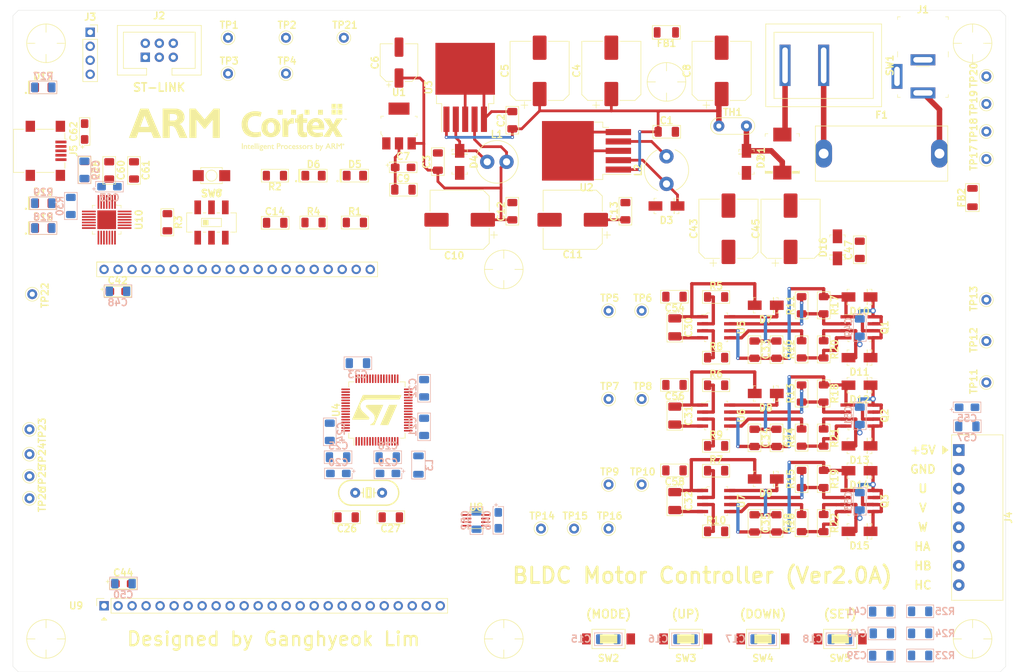
<source format=kicad_pcb>
(kicad_pcb (version 20171130) (host pcbnew "(5.1.7)-1")
  (title_block (title "BLDC Motor Controller") (date 2021-02-02) (rev "Ver 2.0A") (company Arkx) (comment 1 "Designed by Ganghyeok Lim"))
  (layers (0 F.Cu signal) (31 B.Cu signal) (34 B.Paste user) (35 F.Paste user) (36 B.SilkS user) (37 F.SilkS user) (38 B.Mask user) (39 F.Mask user) (44 Edge.Cuts user))
  (net 0 "")
  (net 1 +24V)
  (net 2 GND)
  (net 3 +5V)
  (net 4 +3.3V)
  (net 5 GNDPWR)
  (net 6 +12V)
  (net 7 NRST)
  (net 8 SW1)
  (net 9 SW2)
  (net 10 SW3)
  (net 11 SW4)
  (net 12 "Net-(C26-Pad1)")
  (net 13 "Net-(C27-Pad1)")
  (net 14 "Net-(C28-Pad1)")
  (net 15 "Net-(C33-Pad1)")
  (net 16 "Net-(C33-Pad2)")
  (net 17 "Net-(C34-Pad1)")
  (net 18 "Net-(C34-Pad2)")
  (net 19 "Net-(C35-Pad1)")
  (net 20 "Net-(C35-Pad2)")
  (net 21 "Net-(C39-Pad1)")
  (net 22 "Net-(C40-Pad1)")
  (net 23 "Net-(C41-Pad1)")
  (net 24 GNDA)
  (net 25 "Net-(C59-Pad1)")
  (net 26 D+)
  (net 27 D-)
  (net 28 VBUS)
  (net 29 "Net-(D1-PadA)")
  (net 30 "Net-(D1-PadK)")
  (net 31 "Net-(D3-PadK)")
  (net 32 "Net-(D4-PadK)")
  (net 33 "Net-(D5-Pad1)")
  (net 34 "Net-(D6-Pad1)")
  (net 35 DEBUG1)
  (net 36 "Net-(D17-Pad1)")
  (net 37 "Net-(D18-Pad1)")
  (net 38 "Net-(D19-Pad1)")
  (net 39 "Net-(F1-Pad1)")
  (net 40 "Net-(F1-Pad2)")
  (net 41 "Net-(J1-Pad3)")
  (net 42 SWDIO)
  (net 43 "Net-(J2-Pad4)")
  (net 44 SWCLK)
  (net 45 UART3_TX)
  (net 46 UART3_RX)
  (net 47 "Net-(J5-Pad4)")
  (net 48 "Net-(Q1-Pad4)")
  (net 49 "Net-(Q1-Pad2)")
  (net 50 "Net-(Q2-Pad4)")
  (net 51 "Net-(Q2-Pad2)")
  (net 52 "Net-(Q3-Pad2)")
  (net 53 "Net-(Q3-Pad4)")
  (net 54 BOOT0)
  (net 55 UT)
  (net 56 VT)
  (net 57 WT)
  (net 58 UB)
  (net 59 VB)
  (net 60 WB)
  (net 61 "Net-(R11-Pad2)")
  (net 62 "Net-(R12-Pad2)")
  (net 63 "Net-(R13-Pad2)")
  (net 64 "Net-(R14-Pad2)")
  (net 65 "Net-(R15-Pad2)")
  (net 66 "Net-(R16-Pad2)")
  (net 67 "Net-(R30-Pad2)")
  (net 68 HA)
  (net 69 HB)
  (net 70 HC)
  (net 71 TFT_D13)
  (net 72 TFT_D14)
  (net 73 TFT_D15)
  (net 74 TFT_D0)
  (net 75 TFT_D1)
  (net 76 TFT_D2)
  (net 77 TFT_D3)
  (net 78 "Net-(U4-Pad20)")
  (net 79 TFT_D4)
  (net 80 TFT_D5)
  (net 81 "Net-(U4-Pad33)")
  (net 82 SPI2_SCK)
  (net 83 SPI2_MISO)
  (net 84 SPI2_MOSI)
  (net 85 TFT_D6)
  (net 86 TFT_D7)
  (net 87 TFT_D8)
  (net 88 TFT_D9)
  (net 89 ~TFT_RST)
  (net 90 ~TFT_CS)
  (net 91 TFT_RS)
  (net 92 ~TFT_WR)
  (net 93 "Net-(U4-Pad45)")
  (net 94 "Net-(U4-Pad50)")
  (net 95 TFT_D10)
  (net 96 TFT_D11)
  (net 97 TFT_D12)
  (net 98 ~TS_CS)
  (net 99 ~TS_INT)
  (net 100 "Net-(U4-Pad57)")
  (net 101 "Net-(U4-Pad62)")
  (net 102 "Net-(U9-Pad30)")
  (net 103 "Net-(U9-Pad32)")
  (net 104 "Net-(U9-Pad33)")
  (net 105 "Net-(U9-Pad31)")
  (net 106 "Net-(U9-Pad29)")
  (net 107 "Net-(U9-Pad42)")
  (net 108 "Net-(U9-Pad39)")
  (net 109 "Net-(U9-Pad40)")
  (net 110 "Net-(U9-Pad44)")
  (net 111 "Net-(U9-Pad43)")
  (net 112 "Net-(U9-Pad41)")
  (net 113 "Net-(U10-Pad22)")
  (net 114 "Net-(U10-Pad15)")
  (net 115 "Net-(U10-Pad1)")
  (net 116 "Net-(U10-Pad2)")
  (net 117 "Net-(U10-Pad10)")
  (net 118 "Net-(U10-Pad11)")
  (net 119 "Net-(U10-Pad12)")
  (net 120 "Net-(U10-Pad13)")
  (net 121 "Net-(U10-Pad14)")
  (net 122 "Net-(U10-Pad16)")
  (net 123 "Net-(U10-Pad17)")
  (net 124 "Net-(U10-Pad18)")
  (net 125 "Net-(U10-Pad19)")
  (net 126 "Net-(U10-Pad20)")
  (net 127 "Net-(U10-Pad21)")
  (net 128 "Net-(U10-Pad23)")
  (net 129 "Net-(U10-Pad24)")
  (net 130 "Net-(U10-Pad27)")
  (net 131 "Net-(U10-Pad28)")
  (module My_Libraries:R3216_Metric (layer F.Cu) (at 184.5 116.5)
    (fp_text reference R7 (at 0 -2) (layer F.SilkS) (effects (font (size 1.25 1.25) (thickness 0.25))))
    (fp_text value 10k)
    (pad 2 smd roundrect (at 1.55 0) (size 1.3 1.75) (layers F.Cu F.Paste F.Mask) (roundrect_rratio 0.192308) (net 2 GND))
    (pad 1 smd roundrect (at -1.55 0) (size 1.3 1.75) (layers F.Cu F.Paste F.Mask) (roundrect_rratio 0.192308) (net 57 WT))
  )
  (module My_Libraries:R3216_Metric (layer F.Cu) (at 204 118 270)
    (fp_text reference R19 (at 0 -2 90) (layer F.SilkS) (effects (font (size 1.25 1.25) (thickness 0.25))))
    (fp_text value 10k)
    (pad 1 smd roundrect (at -1.55 0 270) (size 1.3 1.75) (layers F.Cu F.Paste F.Mask) (roundrect_rratio 0.192308) (net 20 "Net-(C35-Pad2)"))
    (pad 2 smd roundrect (at 1.55 0 270) (size 1.3 1.75) (layers F.Cu F.Paste F.Mask) (roundrect_rratio 0.192308) (net 52 "Net-(Q3-Pad2)"))
  )
  (module My_Libraries:MountHall_M3_3.2mm (layer F.Cu) (at 146 80)
    (fp_text reference REF** hide)
    (fp_text value MountHall_M3_3.2mm)
    (pad 1 np_thru_hole circle (at 0 0) (size 3.2 3.2) (drill 3.2) (layers *.Cu *.Mask))
  )
  (module My_Libraries:MountHall_M3_3.2mm (layer F.Cu) (at 175.5 46)
    (fp_text reference REF** hide)
    (fp_text value MountHall_M3_3.2mm)
    (pad 1 np_thru_hole circle (at 0 0) (size 3.2 3.2) (drill 3.2) (layers *.Cu *.Mask))
  )
  (module My_Libraries:MountHall_M3_3.2mm (layer F.Cu) (at 146 147)
    (fp_text reference REF** hide)
    (fp_text value MountHall_M3_3.2mm)
    (pad 1 np_thru_hole circle (at 0 0) (size 3.2 3.2) (drill 3.2) (layers *.Cu *.Mask))
  )
  (module Logo_libraries:logo_ST_2_10.0x5.8 (layer F.Cu) (at 122.75 105.5)
    (fp_text reference G*** hide)
    (fp_text value LOGO hide)
  )
  (module Logo_libraries:logo_Cortex_Ver2_20.0x9.5 (layer F.Cu) (at 108 54.25)
    (fp_text reference G*** hide)
    (fp_text value LOGO hide)
  )
  (module Logo_libraries:logo_ARM_18.0x18.0 (layer F.Cu) (at 87 53.5)
    (fp_text reference G*** hide)
    (fp_text value LOGO hide)
  )
  (module My_Libraries:MountHall_M3_3.2mm (layer F.Cu) (at 231 147)
    (fp_text reference REF** hide)
    (fp_text value MountHall_M3_3.2mm)
    (pad 1 np_thru_hole circle (at 0 0) (size 3.2 3.2) (drill 3.2) (layers *.Cu *.Mask))
  )
  (module My_Libraries:MountHall_M3_3.2mm (layer F.Cu) (at 231 39)
    (fp_text reference REF** hide)
    (fp_text value MountHall_M3_3.2mm)
    (pad 1 np_thru_hole circle (at 0 0) (size 3.2 3.2) (drill 3.2) (layers *.Cu *.Mask))
  )
  (module My_Libraries:MountHall_M3_3.2mm (layer F.Cu) (at 63 147)
    (fp_text reference REF** hide)
    (fp_text value MountHall_M3_3.2mm)
    (pad 1 np_thru_hole circle (at 0 0) (size 3.2 3.2) (drill 3.2) (layers *.Cu *.Mask))
  )
  (module My_Libraries:MountHall_M3_3.2mm (layer F.Cu) (at 63 39)
    (fp_text reference REF** hide)
    (fp_text value MountHall_M3_3.2mm)
    (pad 1 np_thru_hole circle (at 0 0) (size 3.2 3.2) (drill 3.2) (layers *.Cu *.Mask))
  )
  (module My_Libraries:C3216_Metric (layer F.Cu) (at 175.5 55)
    (fp_text reference C1 (at 0 -2) (layer F.SilkS) (effects (font (size 1.25 1.25) (thickness 0.25))))
    (fp_text value 100nF)
    (pad 1 smd roundrect (at -1.5125 0.05) (size 1.325 1.8) (layers F.Cu F.Paste F.Mask) (roundrect_rratio 0.188679) (net 1 +24V))
    (pad 2 smd roundrect (at 1.6125 0.05) (size 1.325 1.8) (layers F.Cu F.Paste F.Mask) (roundrect_rratio 0.188679) (net 2 GND))
  )
  (module My_Libraries:C3216_Metric (layer F.Cu) (at 147.5 53 90)
    (fp_text reference C2 (at 0 -2 90) (layer F.SilkS) (effects (font (size 1.25 1.25) (thickness 0.25))))
    (fp_text value 100nF)
    (pad 1 smd roundrect (at -1.5125 0.05 90) (size 1.325 1.8) (layers F.Cu F.Paste F.Mask) (roundrect_rratio 0.188679) (net 1 +24V))
    (pad 2 smd roundrect (at 1.6125 0.05 90) (size 1.325 1.8) (layers F.Cu F.Paste F.Mask) (roundrect_rratio 0.188679) (net 2 GND))
  )
  (module My_Libraries:C3216_Metric (layer F.Cu) (at 134 60.5 90)
    (fp_text reference C3 (at 0 -2 90) (layer F.SilkS) (effects (font (size 1.25 1.25) (thickness 0.25))))
    (fp_text value 100nF)
    (pad 1 smd roundrect (at -1.5125 0.05 90) (size 1.325 1.8) (layers F.Cu F.Paste F.Mask) (roundrect_rratio 0.188679) (net 3 +5V))
    (pad 2 smd roundrect (at 1.6125 0.05 90) (size 1.325 1.8) (layers F.Cu F.Paste F.Mask) (roundrect_rratio 0.188679) (net 2 GND))
  )
  (module Capacitor_SMD:CP_Elec_10x10.5 (layer F.Cu) (at 165.5 44 90)
    (fp_text reference C4 (at 0 -6.3 90) (layer F.SilkS) (effects (font (size 1.25 1.25) (thickness 0.25))))
    (fp_text value 330uF/35V)
    (pad 2 smd roundrect (at 4.2 0 90) (size 4.4 2.5) (layers F.Cu F.Paste F.Mask) (roundrect_rratio 0.1) (net 2 GND))
    (pad 1 smd roundrect (at -4.2 0 90) (size 4.4 2.5) (layers F.Cu F.Paste F.Mask) (roundrect_rratio 0.1) (net 1 +24V))
  )
  (module Capacitor_SMD:CP_Elec_10x10.5 (layer F.Cu) (at 152.5 44 90)
    (fp_text reference C5 (at 0 -6.3 90) (layer F.SilkS) (effects (font (size 1.25 1.25) (thickness 0.25))))
    (fp_text value 330uF/35V)
    (pad 1 smd roundrect (at -4.2 0 90) (size 4.4 2.5) (layers F.Cu F.Paste F.Mask) (roundrect_rratio 0.1) (net 1 +24V))
    (pad 2 smd roundrect (at 4.2 0 90) (size 4.4 2.5) (layers F.Cu F.Paste F.Mask) (roundrect_rratio 0.1) (net 2 GND))
  )
  (module Capacitor_SMD:CP_Elec_6.3x5.3 (layer F.Cu) (at 127 42.5 90)
    (fp_text reference C6 (at 0 -4.35 90) (layer F.SilkS) (effects (font (size 1.25 1.25) (thickness 0.25))))
    (fp_text value 100uF/16V)
    (pad 1 smd roundrect (at -2.8 0 90) (size 3.5 1.6) (layers F.Cu F.Paste F.Mask) (roundrect_rratio 0.15625) (net 3 +5V))
    (pad 2 smd roundrect (at 2.8 0 90) (size 3.5 1.6) (layers F.Cu F.Paste F.Mask) (roundrect_rratio 0.15625) (net 2 GND))
  )
  (module My_Libraries:C3216_Tantal_Metric (layer F.Cu) (at 127.75 61.5)
    (fp_text reference C7 (at 0 -2) (layer F.SilkS) (effects (font (size 1.25 1.25) (thickness 0.25))))
    (fp_text value 10uF/16V)
    (pad 1 smd roundrect (at -1.4375 0) (size 1.575 1.35) (layers F.Cu F.Paste F.Mask) (roundrect_rratio 0.185185) (net 4 +3.3V))
    (pad 2 smd roundrect (at 1.4375 0) (size 1.575 1.35) (layers F.Cu F.Paste F.Mask) (roundrect_rratio 0.185185) (net 2 GND))
  )
  (module Capacitor_SMD:CP_Elec_10x10.5 (layer F.Cu) (at 185.5 44 90)
    (fp_text reference C8 (at 0 -6.3 90) (layer F.SilkS) (effects (font (size 1.25 1.25) (thickness 0.25))))
    (fp_text value 330uF/35V)
    (pad 2 smd roundrect (at 4.2 0 90) (size 4.4 2.5) (layers F.Cu F.Paste F.Mask) (roundrect_rratio 0.1) (net 5 GNDPWR))
    (pad 1 smd roundrect (at -4.2 0 90) (size 4.4 2.5) (layers F.Cu F.Paste F.Mask) (roundrect_rratio 0.1) (net 1 +24V))
  )
  (module My_Libraries:C3216_Metric (layer F.Cu) (at 127.75 65.5)
    (fp_text reference C9 (at 0 -2) (layer F.SilkS) (effects (font (size 1.25 1.25) (thickness 0.25))))
    (fp_text value 100nF)
    (pad 1 smd roundrect (at -1.5125 0.05) (size 1.325 1.8) (layers F.Cu F.Paste F.Mask) (roundrect_rratio 0.188679) (net 4 +3.3V))
    (pad 2 smd roundrect (at 1.6125 0.05) (size 1.325 1.8) (layers F.Cu F.Paste F.Mask) (roundrect_rratio 0.188679) (net 2 GND))
  )
  (module Capacitor_SMD:CP_Elec_10x10.5 (layer F.Cu) (at 138 71 180)
    (fp_text reference C10 (at 1 -6.5) (layer F.SilkS) (effects (font (size 1.25 1.25) (thickness 0.25))))
    (fp_text value 330uF/35V)
    (pad 2 smd roundrect (at 4.2 0 180) (size 4.4 2.5) (layers F.Cu F.Paste F.Mask) (roundrect_rratio 0.1) (net 2 GND))
    (pad 1 smd roundrect (at -4.2 0 180) (size 4.4 2.5) (layers F.Cu F.Paste F.Mask) (roundrect_rratio 0.1) (net 3 +5V))
  )
  (module Capacitor_SMD:CP_Elec_10x10.5 (layer F.Cu) (at 158.5 71 180)
    (fp_text reference C11 (at 0 -6.3) (layer F.SilkS) (effects (font (size 1.25 1.25) (thickness 0.25))))
    (fp_text value 330uF/35V)
    (pad 2 smd roundrect (at 4.2 0 180) (size 4.4 2.5) (layers F.Cu F.Paste F.Mask) (roundrect_rratio 0.1) (net 2 GND))
    (pad 1 smd roundrect (at -4.2 0 180) (size 4.4 2.5) (layers F.Cu F.Paste F.Mask) (roundrect_rratio 0.1) (net 6 +12V))
  )
  (module My_Libraries:C3216_Metric (layer F.Cu) (at 147.5 69.5 90)
    (fp_text reference C12 (at 0 -2 90) (layer F.SilkS) (effects (font (size 1.25 1.25) (thickness 0.25))))
    (fp_text value 100nF)
    (pad 2 smd roundrect (at 1.6125 0.05 90) (size 1.325 1.8) (layers F.Cu F.Paste F.Mask) (roundrect_rratio 0.188679) (net 2 GND))
    (pad 1 smd roundrect (at -1.5125 0.05 90) (size 1.325 1.8) (layers F.Cu F.Paste F.Mask) (roundrect_rratio 0.188679) (net 3 +5V))
  )
  (module My_Libraries:C3216_Metric (layer F.Cu) (at 168 69.5 90)
    (fp_text reference C13 (at 0 -2 90) (layer F.SilkS) (effects (font (size 1.25 1.25) (thickness 0.25))))
    (fp_text value 100nF)
    (pad 2 smd roundrect (at 1.6125 0.05 90) (size 1.325 1.8) (layers F.Cu F.Paste F.Mask) (roundrect_rratio 0.188679) (net 2 GND))
    (pad 1 smd roundrect (at -1.5125 0.05 90) (size 1.325 1.8) (layers F.Cu F.Paste F.Mask) (roundrect_rratio 0.188679) (net 6 +12V))
  )
  (module My_Libraries:C3216_Metric (layer F.Cu) (at 104.5 71.5)
    (fp_text reference C14 (at 0 -2) (layer F.SilkS) (effects (font (size 1.25 1.25) (thickness 0.25))))
    (fp_text value 100nF)
    (pad 2 smd roundrect (at 1.6125 0.05) (size 1.325 1.8) (layers F.Cu F.Paste F.Mask) (roundrect_rratio 0.188679) (net 2 GND))
    (pad 1 smd roundrect (at -1.5125 0.05) (size 1.325 1.8) (layers F.Cu F.Paste F.Mask) (roundrect_rratio 0.188679) (net 7 NRST))
  )
  (module My_Libraries:C3216_Metric (layer B.Cu) (at 165 147 180)
    (fp_text reference C15 (at 5 0) (layer B.SilkS) (effects (font (size 1.25 1.25) (thickness 0.25)) (justify mirror)))
    (fp_text value "220nF(ED)")
    (pad 1 smd roundrect (at -1.5125 -0.05 180) (size 1.325 1.8) (layers B.Cu B.Paste B.Mask) (roundrect_rratio 0.188679) (net 8 SW1))
    (pad 2 smd roundrect (at 1.6125 -0.05 180) (size 1.325 1.8) (layers B.Cu B.Paste B.Mask) (roundrect_rratio 0.188679) (net 2 GND))
  )
  (module My_Libraries:C3216_Metric (layer B.Cu) (at 179 147 180)
    (fp_text reference C16 (at 5 0) (layer B.SilkS) (effects (font (size 1.25 1.25) (thickness 0.25)) (justify mirror)))
    (fp_text value "220nF(ED)")
    (pad 2 smd roundrect (at 1.6125 -0.05 180) (size 1.325 1.8) (layers B.Cu B.Paste B.Mask) (roundrect_rratio 0.188679) (net 2 GND))
    (pad 1 smd roundrect (at -1.5125 -0.05 180) (size 1.325 1.8) (layers B.Cu B.Paste B.Mask) (roundrect_rratio 0.188679) (net 9 SW2))
  )
  (module My_Libraries:C3216_Metric (layer B.Cu) (at 193 147 180)
    (fp_text reference C17 (at 5 0) (layer B.SilkS) (effects (font (size 1.25 1.25) (thickness 0.25)) (justify mirror)))
    (fp_text value "220nF(ED)")
    (pad 1 smd roundrect (at -1.5125 -0.05 180) (size 1.325 1.8) (layers B.Cu B.Paste B.Mask) (roundrect_rratio 0.188679) (net 10 SW3))
    (pad 2 smd roundrect (at 1.6125 -0.05 180) (size 1.325 1.8) (layers B.Cu B.Paste B.Mask) (roundrect_rratio 0.188679) (net 2 GND))
  )
  (module My_Libraries:C3216_Metric (layer B.Cu) (at 207 147 180)
    (fp_text reference C18 (at 5 0) (layer B.SilkS) (effects (font (size 1.25 1.25) (thickness 0.25)) (justify mirror)))
    (fp_text value "220nF(ED)")
    (pad 2 smd roundrect (at 1.6125 -0.05 180) (size 1.325 1.8) (layers B.Cu B.Paste B.Mask) (roundrect_rratio 0.188679) (net 2 GND))
    (pad 1 smd roundrect (at -1.5125 -0.05 180) (size 1.325 1.8) (layers B.Cu B.Paste B.Mask) (roundrect_rratio 0.188679) (net 11 SW4))
  )
  (module My_Libraries:C3216_Tantal_Metric (layer B.Cu) (at 116 117 180)
    (fp_text reference C20 (at 0 2) (layer B.SilkS) (effects (font (size 1.25 1.25) (thickness 0.25)) (justify mirror)))
    (fp_text value 10uF/16V)
    (pad 1 smd roundrect (at -1.4375 0 180) (size 1.575 1.35) (layers B.Cu B.Paste B.Mask) (roundrect_rratio 0.185185) (net 4 +3.3V))
    (pad 2 smd roundrect (at 1.4375 0 180) (size 1.575 1.35) (layers B.Cu B.Paste B.Mask) (roundrect_rratio 0.185185) (net 2 GND))
  )
  (module My_Libraries:C3216_Metric (layer B.Cu) (at 131.5 108.5 270)
    (fp_text reference C21 (at 0 2 270) (layer B.SilkS) (effects (font (size 1.25 1.25) (thickness 0.25)) (justify mirror)))
    (fp_text value 100nF)
    (pad 1 smd roundrect (at -1.5125 -0.05 270) (size 1.325 1.8) (layers B.Cu B.Paste B.Mask) (roundrect_rratio 0.188679) (net 4 +3.3V))
    (pad 2 smd roundrect (at 1.6125 -0.05 270) (size 1.325 1.8) (layers B.Cu B.Paste B.Mask) (roundrect_rratio 0.188679) (net 2 GND))
  )
  (module My_Libraries:C3216_Metric (layer B.Cu) (at 131.5 101.5 270)
    (fp_text reference C22 (at 0 2 270) (layer B.SilkS) (effects (font (size 1.25 1.25) (thickness 0.25)) (justify mirror)))
    (fp_text value 100nF)
    (pad 2 smd roundrect (at 1.6125 -0.05 270) (size 1.325 1.8) (layers B.Cu B.Paste B.Mask) (roundrect_rratio 0.188679) (net 2 GND))
    (pad 1 smd roundrect (at -1.5125 -0.05 270) (size 1.325 1.8) (layers B.Cu B.Paste B.Mask) (roundrect_rratio 0.188679) (net 4 +3.3V))
  )
  (module My_Libraries:C3216_Metric (layer B.Cu) (at 119.5 97.05)
    (fp_text reference C23 (at 0 2) (layer B.SilkS) (effects (font (size 1.25 1.25) (thickness 0.25)) (justify mirror)))
    (fp_text value 100nF)
    (pad 2 smd roundrect (at 1.6125 -0.05) (size 1.325 1.8) (layers B.Cu B.Paste B.Mask) (roundrect_rratio 0.188679) (net 2 GND))
    (pad 1 smd roundrect (at -1.5125 -0.05) (size 1.325 1.8) (layers B.Cu B.Paste B.Mask) (roundrect_rratio 0.188679) (net 4 +3.3V))
  )
  (module My_Libraries:C3216_Metric (layer B.Cu) (at 114.5 109.5 90)
    (fp_text reference C24 (at 0 2 270) (layer B.SilkS) (effects (font (size 1.25 1.25) (thickness 0.25)) (justify mirror)))
    (fp_text value 100nF)
    (pad 1 smd roundrect (at -1.5125 -0.05 90) (size 1.325 1.8) (layers B.Cu B.Paste B.Mask) (roundrect_rratio 0.188679) (net 4 +3.3V))
    (pad 2 smd roundrect (at 1.6125 -0.05 90) (size 1.325 1.8) (layers B.Cu B.Paste B.Mask) (roundrect_rratio 0.188679) (net 2 GND))
  )
  (module My_Libraries:C3216_Metric (layer B.Cu) (at 116 114 180)
    (fp_text reference C25 (at 0 2) (layer B.SilkS) (effects (font (size 1.25 1.25) (thickness 0.25)) (justify mirror)))
    (fp_text value 100nF)
    (pad 2 smd roundrect (at 1.6125 -0.05 180) (size 1.325 1.8) (layers B.Cu B.Paste B.Mask) (roundrect_rratio 0.188679) (net 2 GND))
    (pad 1 smd roundrect (at -1.5125 -0.05 180) (size 1.325 1.8) (layers B.Cu B.Paste B.Mask) (roundrect_rratio 0.188679) (net 4 +3.3V))
  )
  (module My_Libraries:C3216_Metric (layer F.Cu) (at 117.55 125 180)
    (fp_text reference C26 (at 0 -2) (layer F.SilkS) (effects (font (size 1.25 1.25) (thickness 0.25))))
    (fp_text value 20pF)
    (pad 1 smd roundrect (at -1.5125 0.05 180) (size 1.325 1.8) (layers F.Cu F.Paste F.Mask) (roundrect_rratio 0.188679) (net 12 "Net-(C26-Pad1)"))
    (pad 2 smd roundrect (at 1.6125 0.05 180) (size 1.325 1.8) (layers F.Cu F.Paste F.Mask) (roundrect_rratio 0.188679) (net 2 GND))
  )
  (module My_Libraries:C3216_Metric (layer F.Cu) (at 125.46 124.9)
    (fp_text reference C27 (at 0 2.1) (layer F.SilkS) (effects (font (size 1.25 1.25) (thickness 0.25))))
    (fp_text value 20pF)
    (pad 2 smd roundrect (at 1.6125 0.05) (size 1.325 1.8) (layers F.Cu F.Paste F.Mask) (roundrect_rratio 0.188679) (net 2 GND))
    (pad 1 smd roundrect (at -1.5125 0.05) (size 1.325 1.8) (layers F.Cu F.Paste F.Mask) (roundrect_rratio 0.188679) (net 13 "Net-(C27-Pad1)"))
  )
  (module My_Libraries:C3216_Metric (layer B.Cu) (at 125 114 180)
    (fp_text reference C28 (at 0 2) (layer B.SilkS) (effects (font (size 1.25 1.25) (thickness 0.25)) (justify mirror)))
    (fp_text value 100nF)
    (pad 1 smd roundrect (at -1.5125 -0.05 180) (size 1.325 1.8) (layers B.Cu B.Paste B.Mask) (roundrect_rratio 0.188679) (net 14 "Net-(C28-Pad1)"))
    (pad 2 smd roundrect (at 1.6125 -0.05 180) (size 1.325 1.8) (layers B.Cu B.Paste B.Mask) (roundrect_rratio 0.188679) (net 2 GND))
  )
  (module My_Libraries:C3216_Tantal_Metric (layer B.Cu) (at 125 117 180)
    (fp_text reference C29 (at 0 2) (layer B.SilkS) (effects (font (size 1.25 1.25) (thickness 0.25)) (justify mirror)))
    (fp_text value 1uF/16V)
    (pad 2 smd roundrect (at 1.4375 0 180) (size 1.575 1.35) (layers B.Cu B.Paste B.Mask) (roundrect_rratio 0.185185) (net 2 GND))
    (pad 1 smd roundrect (at -1.4375 0 180) (size 1.575 1.35) (layers B.Cu B.Paste B.Mask) (roundrect_rratio 0.185185) (net 14 "Net-(C28-Pad1)"))
  )
  (module My_Libraries:C3528_Tantal_Metric (layer F.Cu) (at 177 90.5 270)
    (fp_text reference C30 (at 0 -2.5 90) (layer F.SilkS) (effects (font (size 1.25 1.25) (thickness 0.25))))
    (fp_text value 10uF/25V)
    (pad 2 smd roundrect (at 1.635 0 270) (size 1.5 2.35) (layers F.Cu F.Paste F.Mask) (roundrect_rratio 0.166667) (net 2 GND))
    (pad 1 smd roundrect (at -1.615 0 270) (size 1.5 2.35) (layers F.Cu F.Paste F.Mask) (roundrect_rratio 0.166667) (net 6 +12V))
  )
  (module My_Libraries:C3528_Tantal_Metric (layer F.Cu) (at 177 106.5 270)
    (fp_text reference C31 (at 0 -2.5 90) (layer F.SilkS) (effects (font (size 1.25 1.25) (thickness 0.25))))
    (fp_text value 10uF/25V)
    (pad 2 smd roundrect (at 1.635 0 270) (size 1.5 2.35) (layers F.Cu F.Paste F.Mask) (roundrect_rratio 0.166667) (net 2 GND))
    (pad 1 smd roundrect (at -1.615 0 270) (size 1.5 2.35) (layers F.Cu F.Paste F.Mask) (roundrect_rratio 0.166667) (net 6 +12V))
  )
  (module My_Libraries:C3528_Tantal_Metric (layer F.Cu) (at 177 122 270)
    (fp_text reference C32 (at 0 -2.5 90) (layer F.SilkS) (effects (font (size 1.25 1.25) (thickness 0.25))))
    (fp_text value 10uF/25V)
    (pad 1 smd roundrect (at -1.615 0 270) (size 1.5 2.35) (layers F.Cu F.Paste F.Mask) (roundrect_rratio 0.166667) (net 6 +12V))
    (pad 2 smd roundrect (at 1.635 0 270) (size 1.5 2.35) (layers F.Cu F.Paste F.Mask) (roundrect_rratio 0.166667) (net 2 GND))
  )
  (module My_Libraries:C3216_Metric (layer F.Cu) (at 191.5 94.5 270)
    (fp_text reference C33 (at 0 -2 90) (layer F.SilkS) (effects (font (size 1.25 1.25) (thickness 0.25))))
    (fp_text value 2.2uF)
    (pad 2 smd roundrect (at 1.6125 0.05 270) (size 1.325 1.8) (layers F.Cu F.Paste F.Mask) (roundrect_rratio 0.188679) (net 16 "Net-(C33-Pad2)"))
    (pad 1 smd roundrect (at -1.5125 0.05 270) (size 1.325 1.8) (layers F.Cu F.Paste F.Mask) (roundrect_rratio 0.188679) (net 15 "Net-(C33-Pad1)"))
  )
  (module My_Libraries:C3216_Metric (layer F.Cu) (at 191.5 110.5 270)
    (fp_text reference C34 (at 0 -2 90) (layer F.SilkS) (effects (font (size 1.25 1.25) (thickness 0.25))))
    (fp_text value 2.2uF)
    (pad 1 smd roundrect (at -1.5125 0.05 270) (size 1.325 1.8) (layers F.Cu F.Paste F.Mask) (roundrect_rratio 0.188679) (net 17 "Net-(C34-Pad1)"))
    (pad 2 smd roundrect (at 1.6125 0.05 270) (size 1.325 1.8) (layers F.Cu F.Paste F.Mask) (roundrect_rratio 0.188679) (net 18 "Net-(C34-Pad2)"))
  )
  (module My_Libraries:C3216_Metric (layer F.Cu) (at 191.5 126 270)
    (fp_text reference C35 (at 0 -2 90) (layer F.SilkS) (effects (font (size 1.25 1.25) (thickness 0.25))))
    (fp_text value 2.2uF)
    (pad 1 smd roundrect (at -1.5125 0.05 270) (size 1.325 1.8) (layers F.Cu F.Paste F.Mask) (roundrect_rratio 0.188679) (net 19 "Net-(C35-Pad1)"))
    (pad 2 smd roundrect (at 1.6125 0.05 270) (size 1.325 1.8) (layers F.Cu F.Paste F.Mask) (roundrect_rratio 0.188679) (net 20 "Net-(C35-Pad2)"))
  )
  (module My_Libraries:C3216_Metric (layer F.Cu) (at 195.5 94.5 270)
    (fp_text reference C36 (at 0 -2 90) (layer F.SilkS) (effects (font (size 1.25 1.25) (thickness 0.25))))
    (fp_text value 100nF)
    (pad 1 smd roundrect (at -1.5125 0.05 270) (size 1.325 1.8) (layers F.Cu F.Paste F.Mask) (roundrect_rratio 0.188679) (net 15 "Net-(C33-Pad1)"))
    (pad 2 smd roundrect (at 1.6125 0.05 270) (size 1.325 1.8) (layers F.Cu F.Paste F.Mask) (roundrect_rratio 0.188679) (net 16 "Net-(C33-Pad2)"))
  )
  (module My_Libraries:C3216_Metric (layer F.Cu) (at 195.5 110.5 270)
    (fp_text reference C37 (at 0 -2 90) (layer F.SilkS) (effects (font (size 1.25 1.25) (thickness 0.25))))
    (fp_text value 100nF)
    (pad 2 smd roundrect (at 1.6125 0.05 270) (size 1.325 1.8) (layers F.Cu F.Paste F.Mask) (roundrect_rratio 0.188679) (net 18 "Net-(C34-Pad2)"))
    (pad 1 smd roundrect (at -1.5125 0.05 270) (size 1.325 1.8) (layers F.Cu F.Paste F.Mask) (roundrect_rratio 0.188679) (net 17 "Net-(C34-Pad1)"))
  )
  (module My_Libraries:C3216_Metric (layer F.Cu) (at 195.5 126 270)
    (fp_text reference C38 (at 0 -2 90) (layer F.SilkS) (effects (font (size 1.25 1.25) (thickness 0.25))))
    (fp_text value 100nF)
    (pad 1 smd roundrect (at -1.5125 0.05 270) (size 1.325 1.8) (layers F.Cu F.Paste F.Mask) (roundrect_rratio 0.188679) (net 19 "Net-(C35-Pad1)"))
    (pad 2 smd roundrect (at 1.6125 0.05 270) (size 1.325 1.8) (layers F.Cu F.Paste F.Mask) (roundrect_rratio 0.188679) (net 20 "Net-(C35-Pad2)"))
  )
  (module My_Libraries:C3216_Metric (layer B.Cu) (at 214.5 150 180)
    (fp_text reference C39 (at 4.5 0) (layer B.SilkS) (effects (font (size 1.25 1.25) (thickness 0.25)) (justify mirror)))
    (fp_text value 330pF)
    (pad 1 smd roundrect (at -1.5125 -0.05 180) (size 1.325 1.8) (layers B.Cu B.Paste B.Mask) (roundrect_rratio 0.188679) (net 21 "Net-(C39-Pad1)"))
    (pad 2 smd roundrect (at 1.6125 -0.05 180) (size 1.325 1.8) (layers B.Cu B.Paste B.Mask) (roundrect_rratio 0.188679) (net 2 GND))
  )
  (module My_Libraries:C3216_Metric (layer B.Cu) (at 214.6125 145.95 180)
    (fp_text reference C40 (at 4.6125 -0.05) (layer B.SilkS) (effects (font (size 1.25 1.25) (thickness 0.25)) (justify mirror)))
    (fp_text value 330pF)
    (pad 1 smd roundrect (at -1.5125 -0.05 180) (size 1.325 1.8) (layers B.Cu B.Paste B.Mask) (roundrect_rratio 0.188679) (net 22 "Net-(C40-Pad1)"))
    (pad 2 smd roundrect (at 1.6125 -0.05 180) (size 1.325 1.8) (layers B.Cu B.Paste B.Mask) (roundrect_rratio 0.188679) (net 2 GND))
  )
  (module My_Libraries:C3216_Metric (layer B.Cu) (at 214.5 142 180)
    (fp_text reference C41 (at 4.5 0) (layer B.SilkS) (effects (font (size 1.25 1.25) (thickness 0.25)) (justify mirror)))
    (fp_text value 330pF)
    (pad 2 smd roundrect (at 1.6125 -0.05 180) (size 1.325 1.8) (layers B.Cu B.Paste B.Mask) (roundrect_rratio 0.188679) (net 2 GND))
    (pad 1 smd roundrect (at -1.5125 -0.05 180) (size 1.325 1.8) (layers B.Cu B.Paste B.Mask) (roundrect_rratio 0.188679) (net 23 "Net-(C41-Pad1)"))
  )
  (module My_Libraries:C3216_Tantal_Metric (layer F.Cu) (at 76 84)
    (fp_text reference C42 (at 0 -2) (layer F.SilkS) (effects (font (size 1.25 1.25) (thickness 0.25))))
    (fp_text value 10uF/16V)
    (pad 2 smd roundrect (at 1.4375 0) (size 1.575 1.35) (layers F.Cu F.Paste F.Mask) (roundrect_rratio 0.185185) (net 2 GND))
    (pad 1 smd roundrect (at -1.4375 0) (size 1.575 1.35) (layers F.Cu F.Paste F.Mask) (roundrect_rratio 0.185185) (net 4 +3.3V))
  )
  (module Capacitor_SMD:CP_Elec_10x10.5 (layer F.Cu) (at 186.74 72.63 90)
    (fp_text reference C43 (at 0 -6.3 90) (layer F.SilkS) (effects (font (size 1.25 1.25) (thickness 0.25))))
    (fp_text value 470uF/35V)
    (pad 1 smd roundrect (at -4.2 0 90) (size 4.4 2.5) (layers F.Cu F.Paste F.Mask) (roundrect_rratio 0.1) (net 1 +24V))
    (pad 2 smd roundrect (at 4.2 0 90) (size 4.4 2.5) (layers F.Cu F.Paste F.Mask) (roundrect_rratio 0.1) (net 24 GNDA))
  )
  (module My_Libraries:C3216_Tantal_Metric (layer F.Cu) (at 77 137)
    (fp_text reference C44 (at 0 -2) (layer F.SilkS) (effects (font (size 1.25 1.25) (thickness 0.25))))
    (fp_text value 10uF/16V)
    (pad 2 smd roundrect (at 1.4375 0) (size 1.575 1.35) (layers F.Cu F.Paste F.Mask) (roundrect_rratio 0.185185) (net 2 GND))
    (pad 1 smd roundrect (at -1.4375 0) (size 1.575 1.35) (layers F.Cu F.Paste F.Mask) (roundrect_rratio 0.185185) (net 4 +3.3V))
  )
  (module Capacitor_SMD:CP_Elec_10x10.5 (layer F.Cu) (at 198 72.63 90)
    (fp_text reference C45 (at 0 -6.3 90) (layer F.SilkS) (effects (font (size 1.25 1.25) (thickness 0.25))))
    (fp_text value 470uF/35V)
    (pad 1 smd roundrect (at -4.2 0 90) (size 4.4 2.5) (layers F.Cu F.Paste F.Mask) (roundrect_rratio 0.1) (net 1 +24V))
    (pad 2 smd roundrect (at 4.2 0 90) (size 4.4 2.5) (layers F.Cu F.Paste F.Mask) (roundrect_rratio 0.1) (net 24 GNDA))
  )
  (module My_Libraries:C3216_Tantal_Metric (layer B.Cu) (at 145 125.5 270)
    (fp_text reference C46 (at 0 2 270) (layer B.SilkS) (effects (font (size 1.25 1.25) (thickness 0.25)) (justify mirror)))
    (fp_text value 10uF/16V)
    (pad 1 smd roundrect (at -1.4375 0 270) (size 1.575 1.35) (layers B.Cu B.Paste B.Mask) (roundrect_rratio 0.185185) (net 4 +3.3V))
    (pad 2 smd roundrect (at 1.4375 0 270) (size 1.575 1.35) (layers B.Cu B.Paste B.Mask) (roundrect_rratio 0.185185) (net 2 GND))
  )
  (module My_Libraries:C3216_Metric (layer F.Cu) (at 210.5 76.5 90)
    (fp_text reference C47 (at 0 -2 90) (layer F.SilkS) (effects (font (size 1.25 1.25) (thickness 0.25))))
    (fp_text value 100nF)
    (pad 1 smd roundrect (at -1.5125 0.05 90) (size 1.325 1.8) (layers F.Cu F.Paste F.Mask) (roundrect_rratio 0.188679) (net 1 +24V))
    (pad 2 smd roundrect (at 1.6125 0.05 90) (size 1.325 1.8) (layers F.Cu F.Paste F.Mask) (roundrect_rratio 0.188679) (net 24 GNDA))
  )
  (module My_Libraries:C3216_Metric (layer B.Cu) (at 76 84)
    (fp_text reference C48 (at 0 2) (layer B.SilkS) (effects (font (size 1.25 1.25) (thickness 0.25)) (justify mirror)))
    (fp_text value 100nF)
    (pad 1 smd roundrect (at -1.5125 -0.05) (size 1.325 1.8) (layers B.Cu B.Paste B.Mask) (roundrect_rratio 0.188679) (net 4 +3.3V))
    (pad 2 smd roundrect (at 1.6125 -0.05) (size 1.325 1.8) (layers B.Cu B.Paste B.Mask) (roundrect_rratio 0.188679) (net 2 GND))
  )
  (module My_Libraries:C3216_Metric (layer B.Cu) (at 210.5 90.5 270)
    (fp_text reference C49 (at 0 2 90) (layer B.SilkS) (effects (font (size 1.25 1.25) (thickness 0.25)) (justify mirror)))
    (fp_text value 100nF)
    (pad 1 smd roundrect (at -1.5125 -0.05 270) (size 1.325 1.8) (layers B.Cu B.Paste B.Mask) (roundrect_rratio 0.188679) (net 1 +24V))
    (pad 2 smd roundrect (at 1.6125 -0.05 270) (size 1.325 1.8) (layers B.Cu B.Paste B.Mask) (roundrect_rratio 0.188679) (net 24 GNDA))
  )
  (module My_Libraries:C3216_Metric (layer B.Cu) (at 77 137)
    (fp_text reference C50 (at 0 2) (layer B.SilkS) (effects (font (size 1.25 1.25) (thickness 0.25)) (justify mirror)))
    (fp_text value 100nF)
    (pad 1 smd roundrect (at -1.5125 -0.05) (size 1.325 1.8) (layers B.Cu B.Paste B.Mask) (roundrect_rratio 0.188679) (net 4 +3.3V))
    (pad 2 smd roundrect (at 1.6125 -0.05) (size 1.325 1.8) (layers B.Cu B.Paste B.Mask) (roundrect_rratio 0.188679) (net 2 GND))
  )
  (module My_Libraries:C3216_Metric (layer B.Cu) (at 210.5 106.5 270)
    (fp_text reference C51 (at 0 2 270) (layer B.SilkS) (effects (font (size 1.25 1.25) (thickness 0.25)) (justify mirror)))
    (fp_text value 100nF)
    (pad 2 smd roundrect (at 1.6125 -0.05 270) (size 1.325 1.8) (layers B.Cu B.Paste B.Mask) (roundrect_rratio 0.188679) (net 24 GNDA))
    (pad 1 smd roundrect (at -1.5125 -0.05 270) (size 1.325 1.8) (layers B.Cu B.Paste B.Mask) (roundrect_rratio 0.188679) (net 1 +24V))
  )
  (module My_Libraries:C3216_Metric (layer B.Cu) (at 141 125.5 270)
    (fp_text reference C52 (at 0 2 270) (layer B.SilkS) (effects (font (size 1.25 1.25) (thickness 0.25)) (justify mirror)))
    (fp_text value 100nF)
    (pad 2 smd roundrect (at 1.6125 -0.05 270) (size 1.325 1.8) (layers B.Cu B.Paste B.Mask) (roundrect_rratio 0.188679) (net 2 GND))
    (pad 1 smd roundrect (at -1.5125 -0.05 270) (size 1.325 1.8) (layers B.Cu B.Paste B.Mask) (roundrect_rratio 0.188679) (net 4 +3.3V))
  )
  (module My_Libraries:C3216_Metric (layer B.Cu) (at 210.5 122 270)
    (fp_text reference C53 (at 0 2 90) (layer B.SilkS) (effects (font (size 1.25 1.25) (thickness 0.25)) (justify mirror)))
    (fp_text value 100nF)
    (pad 1 smd roundrect (at -1.5125 -0.05 270) (size 1.325 1.8) (layers B.Cu B.Paste B.Mask) (roundrect_rratio 0.188679) (net 1 +24V))
    (pad 2 smd roundrect (at 1.6125 -0.05 270) (size 1.325 1.8) (layers B.Cu B.Paste B.Mask) (roundrect_rratio 0.188679) (net 24 GNDA))
  )
  (module My_Libraries:C3216_Metric (layer F.Cu) (at 177 85 180)
    (fp_text reference C54 (at 0 -2) (layer F.SilkS) (effects (font (size 1.25 1.25) (thickness 0.25))))
    (fp_text value 100nF)
    (pad 2 smd roundrect (at 1.6125 0.05 180) (size 1.325 1.8) (layers F.Cu F.Paste F.Mask) (roundrect_rratio 0.188679) (net 2 GND))
    (pad 1 smd roundrect (at -1.5125 0.05 180) (size 1.325 1.8) (layers F.Cu F.Paste F.Mask) (roundrect_rratio 0.188679) (net 6 +12V))
  )
  (module My_Libraries:C3216_Tantal_Metric (layer B.Cu) (at 230 105)
    (fp_text reference C55 (at 0 2) (layer B.SilkS) (effects (font (size 1.25 1.25) (thickness 0.25)) (justify mirror)))
    (fp_text value 10uF/16V)
    (pad 1 smd roundrect (at -1.4375 0) (size 1.575 1.35) (layers B.Cu B.Paste B.Mask) (roundrect_rratio 0.185185) (net 3 +5V))
    (pad 2 smd roundrect (at 1.4375 0) (size 1.575 1.35) (layers B.Cu B.Paste B.Mask) (roundrect_rratio 0.185185) (net 2 GND))
  )
  (module My_Libraries:C3216_Metric (layer F.Cu) (at 177 101 180)
    (fp_text reference C56 (at 0 -2) (layer F.SilkS) (effects (font (size 1.25 1.25) (thickness 0.25))))
    (fp_text value 100nF)
    (pad 1 smd roundrect (at -1.5125 0.05 180) (size 1.325 1.8) (layers F.Cu F.Paste F.Mask) (roundrect_rratio 0.188679) (net 6 +12V))
    (pad 2 smd roundrect (at 1.6125 0.05 180) (size 1.325 1.8) (layers F.Cu F.Paste F.Mask) (roundrect_rratio 0.188679) (net 2 GND))
  )
  (module My_Libraries:C3216_Metric (layer B.Cu) (at 230 108.5)
    (fp_text reference C57 (at 0 2 180) (layer B.SilkS) (effects (font (size 1.25 1.25) (thickness 0.25)) (justify mirror)))
    (fp_text value 100nF)
    (pad 1 smd roundrect (at -1.5125 -0.05) (size 1.325 1.8) (layers B.Cu B.Paste B.Mask) (roundrect_rratio 0.188679) (net 3 +5V))
    (pad 2 smd roundrect (at 1.6125 -0.05) (size 1.325 1.8) (layers B.Cu B.Paste B.Mask) (roundrect_rratio 0.188679) (net 2 GND))
  )
  (module My_Libraries:C3216_Metric (layer F.Cu) (at 177 116.5 180)
    (fp_text reference C58 (at 0 -2) (layer F.SilkS) (effects (font (size 1.25 1.25) (thickness 0.25))))
    (fp_text value 100nF)
    (pad 2 smd roundrect (at 1.6125 0.05 180) (size 1.325 1.8) (layers F.Cu F.Paste F.Mask) (roundrect_rratio 0.188679) (net 2 GND))
    (pad 1 smd roundrect (at -1.5125 0.05 180) (size 1.325 1.8) (layers F.Cu F.Paste F.Mask) (roundrect_rratio 0.188679) (net 6 +12V))
  )
  (module My_Libraries:C3216_Metric (layer B.Cu) (at 70 62 90)
    (fp_text reference C59 (at 0 2 90) (layer B.SilkS) (effects (font (size 1.25 1.25) (thickness 0.25)) (justify mirror)))
    (fp_text value 100nF)
    (pad 1 smd roundrect (at -1.5125 -0.05 90) (size 1.325 1.8) (layers B.Cu B.Paste B.Mask) (roundrect_rratio 0.188679) (net 25 "Net-(C59-Pad1)"))
    (pad 2 smd roundrect (at 1.6125 -0.05 90) (size 1.325 1.8) (layers B.Cu B.Paste B.Mask) (roundrect_rratio 0.188679) (net 2 GND))
  )
  (module My_Libraries:C3216_Metric (layer F.Cu) (at 74.5 62 270)
    (fp_text reference C60 (at 0 -2.1 90) (layer F.SilkS) (effects (font (size 1.25 1.25) (thickness 0.25))))
    (fp_text value 15pF)
    (pad 2 smd roundrect (at 1.6125 0.05 270) (size 1.325 1.8) (layers F.Cu F.Paste F.Mask) (roundrect_rratio 0.188679) (net 2 GND))
    (pad 1 smd roundrect (at -1.5125 0.05 270) (size 1.325 1.8) (layers F.Cu F.Paste F.Mask) (roundrect_rratio 0.188679) (net 26 D+))
  )
  (module My_Libraries:C3216_Metric (layer F.Cu) (at 79 62 270)
    (fp_text reference C61 (at 0 -2.1 90) (layer F.SilkS) (effects (font (size 1.25 1.25) (thickness 0.25))))
    (fp_text value 15pF)
    (pad 1 smd roundrect (at -1.5125 0.05 270) (size 1.325 1.8) (layers F.Cu F.Paste F.Mask) (roundrect_rratio 0.188679) (net 27 D-))
    (pad 2 smd roundrect (at 1.6125 0.05 270) (size 1.325 1.8) (layers F.Cu F.Paste F.Mask) (roundrect_rratio 0.188679) (net 2 GND))
  )
  (module My_Libraries:C3216_Tantal_Metric (layer F.Cu) (at 70 55 90)
    (fp_text reference C62 (at 0 -2 90) (layer F.SilkS) (effects (font (size 1.25 1.25) (thickness 0.25))))
    (fp_text value 1uF/16V)
    (pad 2 smd roundrect (at 1.4375 0 90) (size 1.575 1.35) (layers F.Cu F.Paste F.Mask) (roundrect_rratio 0.185185) (net 2 GND))
    (pad 1 smd roundrect (at -1.4375 0 90) (size 1.575 1.35) (layers F.Cu F.Paste F.Mask) (roundrect_rratio 0.185185) (net 28 VBUS))
  )
  (module My_Libraries:C3216_Tantal_Metric (layer B.Cu) (at 74.5 65)
    (fp_text reference C63 (at 0 2) (layer B.SilkS) (effects (font (size 1.25 1.25) (thickness 0.25)) (justify mirror)))
    (fp_text value 1uF/16V)
    (pad 1 smd roundrect (at -1.4375 0) (size 1.575 1.35) (layers B.Cu B.Paste B.Mask) (roundrect_rratio 0.185185) (net 4 +3.3V))
    (pad 2 smd roundrect (at 1.4375 0) (size 1.575 1.35) (layers B.Cu B.Paste B.Mask) (roundrect_rratio 0.185185) (net 2 GND))
  )
  (module digikey-footprints:DO-214AB (layer F.Cu) (at 196.5 59 90)
    (fp_text reference D1 (at 0 -3.83 90) (layer F.SilkS) (effects (font (size 1.25 1.25) (thickness 0.25))))
    (fp_text value SS34)
    (pad A smd rect (at 3.45 0.01 90) (size 2.5 3.3) (layers F.Cu F.Paste F.Mask) (net 29 "Net-(D1-PadA)"))
    (pad K smd rect (at -3.45 0 90) (size 2.5 3.3) (layers F.Cu F.Paste F.Mask) (net 30 "Net-(D1-PadK)"))
  )
  (module digikey-footprints:DO-214AC (layer F.Cu) (at 190 60.5 270)
    (fp_text reference D2 (at 0 -2.6 90) (layer F.SilkS) (effects (font (size 1.25 1.25) (thickness 0.25))))
    (fp_text value SMAJ24A)
    (pad K smd rect (at -2 0 270) (size 2.5 1.7) (layers F.Cu F.Paste F.Mask) (net 30 "Net-(D1-PadK)"))
    (pad A smd rect (at 2 0 270) (size 2.5 1.7) (layers F.Cu F.Paste F.Mask) (net 5 GNDPWR))
  )
  (module digikey-footprints:DO-214AC (layer F.Cu) (at 175.5 68.5 180)
    (fp_text reference D3 (at 0 -2.6) (layer F.SilkS) (effects (font (size 1.25 1.25) (thickness 0.25))))
    (fp_text value SS13)
    (pad K smd rect (at -2 0 180) (size 2.5 1.7) (layers F.Cu F.Paste F.Mask) (net 31 "Net-(D3-PadK)"))
    (pad A smd rect (at 2 0 180) (size 2.5 1.7) (layers F.Cu F.Paste F.Mask) (net 2 GND))
  )
  (module digikey-footprints:DO-214AC (layer F.Cu) (at 138 60.5 270)
    (fp_text reference D4 (at 0 -2.6 90) (layer F.SilkS) (effects (font (size 1.25 1.25) (thickness 0.25))))
    (fp_text value SS13)
    (pad K smd rect (at -2 0 270) (size 2.5 1.7) (layers F.Cu F.Paste F.Mask) (net 32 "Net-(D4-PadK)"))
    (pad A smd rect (at 2 0 270) (size 2.5 1.7) (layers F.Cu F.Paste F.Mask) (net 2 GND))
  )
  (module My_Libraries:LED_3216_Metric (layer F.Cu) (at 119 63)
    (fp_text reference D5 (at 0 -2.05) (layer F.SilkS) (effects (font (size 1.25 1.25) (thickness 0.25))))
    (fp_text value "LED(POWER)")
    (pad 2 smd roundrect (at 1.4875 0) (size 1.425 1.75) (layers F.Cu F.Paste F.Mask) (roundrect_rratio 0.175439) (net 4 +3.3V))
    (pad 1 smd roundrect (at -1.4875 0) (size 1.425 1.75) (layers F.Cu F.Paste F.Mask) (roundrect_rratio 0.175439) (net 33 "Net-(D5-Pad1)"))
  )
  (module My_Libraries:LED_3216_Metric (layer F.Cu) (at 111.5 63)
    (fp_text reference D6 (at 0 -2.05) (layer F.SilkS) (effects (font (size 1.25 1.25) (thickness 0.25))))
    (fp_text value "LED(DEBUG)")
    (pad 1 smd roundrect (at -1.4875 0) (size 1.425 1.75) (layers F.Cu F.Paste F.Mask) (roundrect_rratio 0.175439) (net 34 "Net-(D6-Pad1)"))
    (pad 2 smd roundrect (at 1.4875 0) (size 1.425 1.75) (layers F.Cu F.Paste F.Mask) (roundrect_rratio 0.175439) (net 35 DEBUG1))
  )
  (module digikey-footprints:DO-214AC (layer F.Cu) (at 193.5 86.5 180)
    (fp_text reference D7 (at 0 -2.6) (layer F.SilkS) (effects (font (size 1.25 1.25) (thickness 0.25))))
    (fp_text value SS14)
    (pad A smd rect (at 2 0 180) (size 2.5 1.7) (layers F.Cu F.Paste F.Mask) (net 6 +12V))
    (pad K smd rect (at -2 0 180) (size 2.5 1.7) (layers F.Cu F.Paste F.Mask) (net 15 "Net-(C33-Pad1)"))
  )
  (module digikey-footprints:DO-214AC (layer F.Cu) (at 193.5 102.5 180)
    (fp_text reference D8 (at 0 -2.6) (layer F.SilkS) (effects (font (size 1.25 1.25) (thickness 0.25))))
    (fp_text value SS14)
    (pad A smd rect (at 2 0 180) (size 2.5 1.7) (layers F.Cu F.Paste F.Mask) (net 6 +12V))
    (pad K smd rect (at -2 0 180) (size 2.5 1.7) (layers F.Cu F.Paste F.Mask) (net 17 "Net-(C34-Pad1)"))
  )
  (module digikey-footprints:DO-214AC (layer F.Cu) (at 193.5 118 180)
    (fp_text reference D9 (at 0 -2.6) (layer F.SilkS) (effects (font (size 1.25 1.25) (thickness 0.25))))
    (fp_text value SS14)
    (pad A smd rect (at 2 0 180) (size 2.5 1.7) (layers F.Cu F.Paste F.Mask) (net 6 +12V))
    (pad K smd rect (at -2 0 180) (size 2.5 1.7) (layers F.Cu F.Paste F.Mask) (net 19 "Net-(C35-Pad1)"))
  )
  (module digikey-footprints:DO-214AC (layer F.Cu) (at 210.5 85 180)
    (fp_text reference D10 (at 0 -2.6) (layer F.SilkS) (effects (font (size 1.25 1.25) (thickness 0.25))))
    (fp_text value RS1G)
    (pad K smd rect (at -2 0 180) (size 2.5 1.7) (layers F.Cu F.Paste F.Mask) (net 1 +24V))
    (pad A smd rect (at 2 0 180) (size 2.5 1.7) (layers F.Cu F.Paste F.Mask) (net 16 "Net-(C33-Pad2)"))
  )
  (module digikey-footprints:DO-214AC (layer F.Cu) (at 210.5 96 180)
    (fp_text reference D11 (at 0 -2.6) (layer F.SilkS) (effects (font (size 1.25 1.25) (thickness 0.25))))
    (fp_text value RS1G)
    (pad A smd rect (at 2 0 180) (size 2.5 1.7) (layers F.Cu F.Paste F.Mask) (net 24 GNDA))
    (pad K smd rect (at -2 0 180) (size 2.5 1.7) (layers F.Cu F.Paste F.Mask) (net 16 "Net-(C33-Pad2)"))
  )
  (module digikey-footprints:DO-214AC (layer F.Cu) (at 210.5 101 180)
    (fp_text reference D12 (at 0 -2.6) (layer F.SilkS) (effects (font (size 1.25 1.25) (thickness 0.25))))
    (fp_text value RS1G)
    (pad K smd rect (at -2 0 180) (size 2.5 1.7) (layers F.Cu F.Paste F.Mask) (net 1 +24V))
    (pad A smd rect (at 2 0 180) (size 2.5 1.7) (layers F.Cu F.Paste F.Mask) (net 18 "Net-(C34-Pad2)"))
  )
  (module digikey-footprints:DO-214AC (layer F.Cu) (at 210.5 112 180)
    (fp_text reference D13 (at 0 -2.6) (layer F.SilkS) (effects (font (size 1.25 1.25) (thickness 0.25))))
    (fp_text value RS1G)
    (pad K smd rect (at -2 0 180) (size 2.5 1.7) (layers F.Cu F.Paste F.Mask) (net 18 "Net-(C34-Pad2)"))
    (pad A smd rect (at 2 0 180) (size 2.5 1.7) (layers F.Cu F.Paste F.Mask) (net 24 GNDA))
  )
  (module digikey-footprints:DO-214AC (layer F.Cu) (at 210.5 116.5 180)
    (fp_text reference D14 (at 0 -2.6) (layer F.SilkS) (effects (font (size 1.25 1.25) (thickness 0.25))))
    (fp_text value RS1G)
    (pad A smd rect (at 2 0 180) (size 2.5 1.7) (layers F.Cu F.Paste F.Mask) (net 20 "Net-(C35-Pad2)"))
    (pad K smd rect (at -2 0 180) (size 2.5 1.7) (layers F.Cu F.Paste F.Mask) (net 1 +24V))
  )
  (module digikey-footprints:DO-214AC (layer F.Cu) (at 210.5 127.5 180)
    (fp_text reference D15 (at 0 -2.6) (layer F.SilkS) (effects (font (size 1.25 1.25) (thickness 0.25))))
    (fp_text value RS1G)
    (pad A smd rect (at 2 0 180) (size 2.5 1.7) (layers F.Cu F.Paste F.Mask) (net 24 GNDA))
    (pad K smd rect (at -2 0 180) (size 2.5 1.7) (layers F.Cu F.Paste F.Mask) (net 20 "Net-(C35-Pad2)"))
  )
  (module digikey-footprints:DO-214AC (layer F.Cu) (at 206.5 76 90)
    (fp_text reference D16 (at 0 -2.6 90) (layer F.SilkS) (effects (font (size 1.25 1.25) (thickness 0.25))))
    (fp_text value SMAJ24A)
    (pad K smd rect (at -2 0 90) (size 2.5 1.7) (layers F.Cu F.Paste F.Mask) (net 1 +24V))
    (pad A smd rect (at 2 0 90) (size 2.5 1.7) (layers F.Cu F.Paste F.Mask) (net 24 GNDA))
  )
  (module My_Libraries:LED_3216_Metric (layer F.Cu) (at 62.5 47)
    (fp_text reference D17 (at 0 -2.05) (layer F.SilkS) (effects (font (size 1.25 1.25) (thickness 0.25))))
    (fp_text value LED)
    (pad 1 smd roundrect (at -1.4875 0) (size 1.425 1.75) (layers F.Cu F.Paste F.Mask) (roundrect_rratio 0.175439) (net 36 "Net-(D17-Pad1)"))
    (pad 2 smd roundrect (at 1.4875 0) (size 1.425 1.75) (layers F.Cu F.Paste F.Mask) (roundrect_rratio 0.175439) (net 28 VBUS))
  )
  (module My_Libraries:LED_3216_Metric (layer F.Cu) (at 62.5 72.5)
    (fp_text reference D18 (at 0 -2.05) (layer F.SilkS) (effects (font (size 1.25 1.25) (thickness 0.25))))
    (fp_text value LED)
    (pad 2 smd roundrect (at 1.4875 0) (size 1.425 1.75) (layers F.Cu F.Paste F.Mask) (roundrect_rratio 0.175439) (net 4 +3.3V))
    (pad 1 smd roundrect (at -1.4875 0) (size 1.425 1.75) (layers F.Cu F.Paste F.Mask) (roundrect_rratio 0.175439) (net 37 "Net-(D18-Pad1)"))
  )
  (module My_Libraries:LED_3216_Metric (layer F.Cu) (at 62.5 68)
    (fp_text reference D19 (at 0 -2.05) (layer F.SilkS) (effects (font (size 1.25 1.25) (thickness 0.25))))
    (fp_text value LED)
    (pad 2 smd roundrect (at 1.4875 0) (size 1.425 1.75) (layers F.Cu F.Paste F.Mask) (roundrect_rratio 0.175439) (net 4 +3.3V))
    (pad 1 smd roundrect (at -1.4875 0) (size 1.425 1.75) (layers F.Cu F.Paste F.Mask) (roundrect_rratio 0.175439) (net 38 "Net-(D19-Pad1)"))
  )
  (module "My_Libraries:GF-205B(20mm)" (layer F.Cu) (at 214.5 59)
    (fp_text reference F1 (at 0 -7) (layer F.SilkS) (effects (font (size 1.25 1.25) (thickness 0.25))))
    (fp_text value 250V/1A)
    (pad 1 thru_hole oval (at -10.5 0) (size 3.048 5.08) (drill 1.778) (layers *.Cu *.Mask) (net 39 "Net-(F1-Pad1)"))
    (pad 2 thru_hole oval (at 10.5 0) (size 3.048 5.08) (drill 1.778) (layers *.Cu *.Mask) (net 40 "Net-(F1-Pad2)"))
  )
  (module My_Libraries:L3216_Metric (layer F.Cu) (at 175.5 37 180)
    (fp_text reference FB1 (at 0 -2) (layer F.SilkS) (effects (font (size 1.25 1.25) (thickness 0.25))))
    (fp_text value ED)
    (pad 2 smd roundrect (at 1.6875 -0.025 180) (size 1.225 1.9) (layers F.Cu F.Paste F.Mask) (roundrect_rratio 0.204082) (net 2 GND))
    (pad 1 smd roundrect (at -1.6375 -0.025 180) (size 1.225 1.9) (layers F.Cu F.Paste F.Mask) (roundrect_rratio 0.204082) (net 5 GNDPWR))
  )
  (module My_Libraries:L3216_Metric (layer F.Cu) (at 231 67 90)
    (fp_text reference FB2 (at 0 -2 90) (layer F.SilkS) (effects (font (size 1.25 1.25) (thickness 0.25))))
    (fp_text value ED)
    (pad 2 smd roundrect (at 1.6875 -0.025 90) (size 1.225 1.9) (layers F.Cu F.Paste F.Mask) (roundrect_rratio 0.204082) (net 5 GNDPWR))
    (pad 1 smd roundrect (at -1.6375 -0.025 90) (size 1.225 1.9) (layers F.Cu F.Paste F.Mask) (roundrect_rratio 0.204082) (net 24 GNDA))
  )
  (module digikey-footprints:Barrel_Jack_5.5mmODx2.1mmID_PJ-202A (layer F.Cu) (at 222 45)
    (fp_text reference J1 (at 0 -12.1) (layer F.SilkS) (effects (font (size 1.25 1.25) (thickness 0.25))))
    (fp_text value POWER_CONNECTOR)
    (pad 3 thru_hole rect (at -4.7 0) (size 2 4.5) (drill oval 1 3.5) (layers *.Cu *.Mask) (net 41 "Net-(J1-Pad3)"))
    (pad 1 thru_hole rect (at 0 3) (size 4.5 2) (drill oval 3.5 1) (layers *.Cu *.Mask) (net 40 "Net-(F1-Pad2)"))
    (pad 2 thru_hole rect (at 0 -3) (size 4.5 2) (drill oval 3.5 1) (layers *.Cu *.Mask) (net 5 GNDPWR))
  )
  (module My_Libraries:BHS-01-6P (layer F.Cu) (at 81 39)
    (fp_text reference J2 (at 2.5 -5) (layer F.SilkS) (effects (font (size 1.25 1.25) (thickness 0.25))))
    (fp_text value ST-Link_Connector)
    (pad 1 thru_hole rect (at 0 2.54) (size 1.7 1.7) (drill 0.9) (layers *.Cu *.Mask) (net 4 +3.3V))
    (pad 2 thru_hole circle (at 0 0) (size 1.7 1.7) (drill 0.9) (layers *.Cu *.Mask) (net 7 NRST))
    (pad 3 thru_hole circle (at 2.54 2.54) (size 1.7 1.7) (drill 0.9) (layers *.Cu *.Mask) (net 42 SWDIO))
    (pad 4 thru_hole circle (at 2.54 0) (size 1.7 1.7) (drill 0.9) (layers *.Cu *.Mask) (net 43 "Net-(J2-Pad4)"))
    (pad 5 thru_hole circle (at 5.08 2.54) (size 1.7 1.7) (drill 0.9) (layers *.Cu *.Mask) (net 44 SWCLK))
    (pad 6 thru_hole circle (at 5.08 0) (size 1.7 1.7) (drill 0.9) (layers *.Cu *.Mask) (net 2 GND))
  )
  (module Connector_PinSocket_2.54mm:PinSocket_1x04_P2.54mm_Vertical (layer F.Cu) (at 71 37)
    (fp_text reference J3 (at 0 -2.77) (layer F.SilkS) (effects (font (size 1.25 1.25) (thickness 0.25))))
    (fp_text value UART_Connector)
    (pad 1 thru_hole rect (at 0 0) (size 1.7 1.7) (drill 1) (layers *.Cu *.Mask) (net 4 +3.3V))
    (pad 2 thru_hole oval (at 0 2.54) (size 1.7 1.7) (drill 1) (layers *.Cu *.Mask) (net 45 UART3_TX))
    (pad 3 thru_hole oval (at 0 5.08) (size 1.7 1.7) (drill 1) (layers *.Cu *.Mask) (net 46 UART3_RX))
    (pad 4 thru_hole oval (at 0 7.62) (size 1.7 1.7) (drill 1) (layers *.Cu *.Mask) (net 2 GND))
  )
  (module My_Libraries:Terminal_Block_3.5mm_8P (layer F.Cu) (at 232.5 125 270)
    (fp_text reference J4 (at 0 -5 90) (layer F.SilkS) (effects (font (size 1.25 1.25) (thickness 0.25))))
    (fp_text value Conn_01x08)
    (pad 4 thru_hole circle (at -1.75 4 270) (size 2.1 2.1) (drill 1) (layers *.Cu *.Mask) (net 18 "Net-(C34-Pad2)"))
    (pad 7 thru_hole circle (at 8.75 4 270) (size 2.1 2.1) (drill 1) (layers *.Cu *.Mask) (net 22 "Net-(C40-Pad1)"))
    (pad 6 thru_hole circle (at 5.25 4 270) (size 2.1 2.1) (drill 1) (layers *.Cu *.Mask) (net 21 "Net-(C39-Pad1)"))
    (pad 3 thru_hole circle (at -5.25 4 270) (size 2.1 2.1) (drill 1) (layers *.Cu *.Mask) (net 16 "Net-(C33-Pad2)"))
    (pad 2 thru_hole circle (at -8.75 4 270) (size 2.1 2.1) (drill 1) (layers *.Cu *.Mask) (net 2 GND))
    (pad 8 thru_hole circle (at 12.25 4 270) (size 2.1 2.1) (drill 1) (layers *.Cu *.Mask) (net 23 "Net-(C41-Pad1)"))
    (pad 1 thru_hole rect (at -12.25 4 270) (size 2.1 2.1) (drill 1) (layers *.Cu *.Mask) (net 3 +5V))
    (pad 5 thru_hole circle (at 1.75 4 270) (size 2.1 2.1) (drill 1) (layers *.Cu *.Mask) (net 20 "Net-(C35-Pad2)"))
  )
  (module Connector_USB:USB_Mini-B_Lumberg_2486_01_Horizontal (layer F.Cu) (at 63 58.5 270)
    (fp_text reference J5 (at 0 -5 90) (layer F.SilkS) (effects (font (size 1.25 1.25) (thickness 0.25))))
    (fp_text value USB_B_Mini)
    (pad "" np_thru_hole circle (at 2.2 0 270) (size 1 1) (drill 1) (layers *.Cu *.Mask))
    (pad "" np_thru_hole circle (at -2.2 0 270) (size 1 1) (drill 1) (layers *.Cu *.Mask))
    (pad 6 smd rect (at 4.45 2.85 270) (size 2 1.7) (layers F.Cu F.Paste F.Mask) (net 25 "Net-(C59-Pad1)"))
    (pad 6 smd rect (at 4.45 -2.6 270) (size 2 1.7) (layers F.Cu F.Paste F.Mask) (net 25 "Net-(C59-Pad1)"))
    (pad 6 smd rect (at -4.45 2.85 270) (size 2 1.7) (layers F.Cu F.Paste F.Mask) (net 25 "Net-(C59-Pad1)"))
    (pad 6 smd rect (at -4.45 -2.6 270) (size 2 1.7) (layers F.Cu F.Paste F.Mask) (net 25 "Net-(C59-Pad1)"))
    (pad 5 smd rect (at 1.6 -2.7 270) (size 0.5 2) (layers F.Cu F.Paste F.Mask) (net 2 GND))
    (pad 4 smd rect (at 0.8 -2.7 270) (size 0.5 2) (layers F.Cu F.Paste F.Mask) (net 47 "Net-(J5-Pad4)"))
    (pad 3 smd rect (at 0 -2.7 270) (size 0.5 2) (layers F.Cu F.Paste F.Mask) (net 26 D+))
    (pad 2 smd rect (at -0.8 -2.7 270) (size 0.5 2) (layers F.Cu F.Paste F.Mask) (net 27 D-))
    (pad 1 smd rect (at -1.6 -2.7 270) (size 0.5 2) (layers F.Cu F.Paste F.Mask) (net 28 VBUS))
  )
  (module Inductor_THT:L_Radial_D7.5mm_P3.50mm_Fastron_07P (layer F.Cu) (at 143 60.5)
    (fp_text reference L1 (at 1.75 -5) (layer F.SilkS) (effects (font (size 1.25 1.25) (thickness 0.25))))
    (fp_text value 470uH)
    (pad 1 thru_hole circle (at 0 0) (size 2.6 2.6) (drill 1.3) (layers *.Cu *.Mask) (net 32 "Net-(D4-PadK)"))
    (pad 2 thru_hole circle (at 3.5 0) (size 2.6 2.6) (drill 1.3) (layers *.Cu *.Mask) (net 3 +5V))
  )
  (module Inductor_THT:L_Radial_D7.8mm_P5.00mm_Fastron_07HCP (layer F.Cu) (at 175.5 64.5 90)
    (fp_text reference L2 (at 2.5 -5.15 90) (layer F.SilkS) (effects (font (size 1.25 1.25) (thickness 0.25))))
    (fp_text value 1mH)
    (pad 1 thru_hole circle (at 0 0 90) (size 2.6 2.6) (drill 1.3) (layers *.Cu *.Mask) (net 31 "Net-(D3-PadK)"))
    (pad 2 thru_hole circle (at 5 0 90) (size 2.6 2.6) (drill 1.3) (layers *.Cu *.Mask) (net 6 +12V))
  )
  (module My_Libraries:L3216_Metric (layer B.Cu) (at 130.5 115.5 90)
    (fp_text reference L3 (at 0 2 270) (layer B.SilkS) (effects (font (size 1.25 1.25) (thickness 0.25)) (justify mirror)))
    (fp_text value 10uH)
    (pad 2 smd roundrect (at 1.6875 0.025 90) (size 1.225 1.9) (layers B.Cu B.Paste B.Mask) (roundrect_rratio 0.204082) (net 4 +3.3V))
    (pad 1 smd roundrect (at -1.6375 0.025 90) (size 1.225 1.9) (layers B.Cu B.Paste B.Mask) (roundrect_rratio 0.204082) (net 14 "Net-(C28-Pad1)"))
  )
  (module digikey-footprints:SOIC-8_W3.9mm (layer F.Cu) (at 210.5 90.5 270)
    (fp_text reference Q1 (at 0.01778 -4.56946 90) (layer F.SilkS) (effects (font (size 1.25 1.25) (thickness 0.25))))
    (fp_text value IRF7351PBF)
    (pad 3 smd rect (at 0.635 2.45 270) (size 0.6 2) (layers F.Cu F.Paste F.Mask) (net 24 GNDA))
    (pad 8 smd rect (at -1.905 -2.45 270) (size 0.6 2) (layers F.Cu F.Paste F.Mask) (net 1 +24V))
    (pad 7 smd rect (at -0.635 -2.45 270) (size 0.6 2) (layers F.Cu F.Paste F.Mask) (net 1 +24V))
    (pad 6 smd rect (at 0.635 -2.45 270) (size 0.6 2) (layers F.Cu F.Paste F.Mask) (net 16 "Net-(C33-Pad2)"))
    (pad 5 smd rect (at 1.905 -2.45 270) (size 0.6 2) (layers F.Cu F.Paste F.Mask) (net 16 "Net-(C33-Pad2)"))
    (pad 4 smd rect (at 1.905 2.45 270) (size 0.6 2) (layers F.Cu F.Paste F.Mask) (net 48 "Net-(Q1-Pad4)"))
    (pad 2 smd rect (at -0.635 2.45 270) (size 0.6 2) (layers F.Cu F.Paste F.Mask) (net 49 "Net-(Q1-Pad2)"))
    (pad 1 smd rect (at -1.905 2.45 270) (size 0.6 2) (layers F.Cu F.Paste F.Mask) (net 16 "Net-(C33-Pad2)"))
  )
  (module digikey-footprints:SOIC-8_W3.9mm (layer F.Cu) (at 210.5 106.5 270)
    (fp_text reference Q2 (at 0.01778 -4.56946 90) (layer F.SilkS) (effects (font (size 1.25 1.25) (thickness 0.25))))
    (fp_text value IRF7351PBF)
    (pad 3 smd rect (at 0.635 2.45 270) (size 0.6 2) (layers F.Cu F.Paste F.Mask) (net 24 GNDA))
    (pad 8 smd rect (at -1.905 -2.45 270) (size 0.6 2) (layers F.Cu F.Paste F.Mask) (net 1 +24V))
    (pad 7 smd rect (at -0.635 -2.45 270) (size 0.6 2) (layers F.Cu F.Paste F.Mask) (net 1 +24V))
    (pad 6 smd rect (at 0.635 -2.45 270) (size 0.6 2) (layers F.Cu F.Paste F.Mask) (net 18 "Net-(C34-Pad2)"))
    (pad 5 smd rect (at 1.905 -2.45 270) (size 0.6 2) (layers F.Cu F.Paste F.Mask) (net 18 "Net-(C34-Pad2)"))
    (pad 4 smd rect (at 1.905 2.45 270) (size 0.6 2) (layers F.Cu F.Paste F.Mask) (net 50 "Net-(Q2-Pad4)"))
    (pad 2 smd rect (at -0.635 2.45 270) (size 0.6 2) (layers F.Cu F.Paste F.Mask) (net 51 "Net-(Q2-Pad2)"))
    (pad 1 smd rect (at -1.905 2.45 270) (size 0.6 2) (layers F.Cu F.Paste F.Mask) (net 18 "Net-(C34-Pad2)"))
  )
  (module digikey-footprints:SOIC-8_W3.9mm (layer F.Cu) (at 210.5 122 270)
    (fp_text reference Q3 (at 0.01778 -4.56946 90) (layer F.SilkS) (effects (font (size 1.25 1.25) (thickness 0.25))))
    (fp_text value IRF7351PBF)
    (pad 1 smd rect (at -1.905 2.45 270) (size 0.6 2) (layers F.Cu F.Paste F.Mask) (net 20 "Net-(C35-Pad2)"))
    (pad 2 smd rect (at -0.635 2.45 270) (size 0.6 2) (layers F.Cu F.Paste F.Mask) (net 52 "Net-(Q3-Pad2)"))
    (pad 4 smd rect (at 1.905 2.45 270) (size 0.6 2) (layers F.Cu F.Paste F.Mask) (net 53 "Net-(Q3-Pad4)"))
    (pad 5 smd rect (at 1.905 -2.45 270) (size 0.6 2) (layers F.Cu F.Paste F.Mask) (net 20 "Net-(C35-Pad2)"))
    (pad 6 smd rect (at 0.635 -2.45 270) (size 0.6 2) (layers F.Cu F.Paste F.Mask) (net 20 "Net-(C35-Pad2)"))
    (pad 7 smd rect (at -0.635 -2.45 270) (size 0.6 2) (layers F.Cu F.Paste F.Mask) (net 1 +24V))
    (pad 8 smd rect (at -1.905 -2.45 270) (size 0.6 2) (layers F.Cu F.Paste F.Mask) (net 1 +24V))
    (pad 3 smd rect (at 0.635 2.45 270) (size 0.6 2) (layers F.Cu F.Paste F.Mask) (net 24 GNDA))
  )
  (module My_Libraries:R3216_Metric (layer F.Cu) (at 119 71.5)
    (fp_text reference R1 (at 0 -2) (layer F.SilkS) (effects (font (size 1.25 1.25) (thickness 0.25))))
    (fp_text value 220)
    (pad 2 smd roundrect (at 1.55 0) (size 1.3 1.75) (layers F.Cu F.Paste F.Mask) (roundrect_rratio 0.192308) (net 2 GND))
    (pad 1 smd roundrect (at -1.55 0) (size 1.3 1.75) (layers F.Cu F.Paste F.Mask) (roundrect_rratio 0.192308) (net 33 "Net-(D5-Pad1)"))
  )
  (module My_Libraries:R3216_Metric (layer F.Cu) (at 104.5 63 180)
    (fp_text reference R2 (at 0 -2) (layer F.SilkS) (effects (font (size 1.25 1.25) (thickness 0.25))))
    (fp_text value 100k)
    (pad 1 smd roundrect (at -1.55 0 180) (size 1.3 1.75) (layers F.Cu F.Paste F.Mask) (roundrect_rratio 0.192308) (net 4 +3.3V))
    (pad 2 smd roundrect (at 1.55 0 180) (size 1.3 1.75) (layers F.Cu F.Paste F.Mask) (roundrect_rratio 0.192308) (net 7 NRST))
  )
  (module My_Libraries:R3216_Metric (layer F.Cu) (at 85 71.45 270)
    (fp_text reference R3 (at 0 -2 90) (layer F.SilkS) (effects (font (size 1.25 1.25) (thickness 0.25))))
    (fp_text value 10k)
    (pad 1 smd roundrect (at -1.55 0 270) (size 1.3 1.75) (layers F.Cu F.Paste F.Mask) (roundrect_rratio 0.192308) (net 4 +3.3V))
    (pad 2 smd roundrect (at 1.55 0 270) (size 1.3 1.75) (layers F.Cu F.Paste F.Mask) (roundrect_rratio 0.192308) (net 54 BOOT0))
  )
  (module My_Libraries:R3216_Metric (layer F.Cu) (at 111.5 71.5)
    (fp_text reference R4 (at 0 -2) (layer F.SilkS) (effects (font (size 1.25 1.25) (thickness 0.25))))
    (fp_text value 220)
    (pad 2 smd roundrect (at 1.55 0) (size 1.3 1.75) (layers F.Cu F.Paste F.Mask) (roundrect_rratio 0.192308) (net 2 GND))
    (pad 1 smd roundrect (at -1.55 0) (size 1.3 1.75) (layers F.Cu F.Paste F.Mask) (roundrect_rratio 0.192308) (net 34 "Net-(D6-Pad1)"))
  )
  (module My_Libraries:R3216_Metric (layer F.Cu) (at 184.5 85)
    (fp_text reference R5 (at 0 -2) (layer F.SilkS) (effects (font (size 1.25 1.25) (thickness 0.25))))
    (fp_text value 10k)
    (pad 2 smd roundrect (at 1.55 0) (size 1.3 1.75) (layers F.Cu F.Paste F.Mask) (roundrect_rratio 0.192308) (net 2 GND))
    (pad 1 smd roundrect (at -1.55 0) (size 1.3 1.75) (layers F.Cu F.Paste F.Mask) (roundrect_rratio 0.192308) (net 55 UT))
  )
  (module My_Libraries:R3216_Metric (layer F.Cu) (at 184.5 101)
    (fp_text reference R6 (at 0 -2) (layer F.SilkS) (effects (font (size 1.25 1.25) (thickness 0.25))))
    (fp_text value 10k)
    (pad 2 smd roundrect (at 1.55 0) (size 1.3 1.75) (layers F.Cu F.Paste F.Mask) (roundrect_rratio 0.192308) (net 2 GND))
    (pad 1 smd roundrect (at -1.55 0) (size 1.3 1.75) (layers F.Cu F.Paste F.Mask) (roundrect_rratio 0.192308) (net 56 VT))
  )
  (module My_Libraries:R3216_Metric (layer F.Cu) (at 184.5 96)
    (fp_text reference R8 (at 0 -2) (layer F.SilkS) (effects (font (size 1.25 1.25) (thickness 0.25))))
    (fp_text value 10k)
    (pad 2 smd roundrect (at 1.55 0) (size 1.3 1.75) (layers F.Cu F.Paste F.Mask) (roundrect_rratio 0.192308) (net 2 GND))
    (pad 1 smd roundrect (at -1.55 0) (size 1.3 1.75) (layers F.Cu F.Paste F.Mask) (roundrect_rratio 0.192308) (net 58 UB))
  )
  (module My_Libraries:R3216_Metric (layer F.Cu) (at 184.5 112)
    (fp_text reference R9 (at 0 -2) (layer F.SilkS) (effects (font (size 1.25 1.25) (thickness 0.25))))
    (fp_text value 10k)
    (pad 1 smd roundrect (at -1.55 0) (size 1.3 1.75) (layers F.Cu F.Paste F.Mask) (roundrect_rratio 0.192308) (net 59 VB))
    (pad 2 smd roundrect (at 1.55 0) (size 1.3 1.75) (layers F.Cu F.Paste F.Mask) (roundrect_rratio 0.192308) (net 2 GND))
  )
  (module My_Libraries:R3216_Metric (layer F.Cu) (at 184.5 127.5)
    (fp_text reference R10 (at 0 -2) (layer F.SilkS) (effects (font (size 1.25 1.25) (thickness 0.25))))
    (fp_text value 10k)
    (pad 1 smd roundrect (at -1.55 0) (size 1.3 1.75) (layers F.Cu F.Paste F.Mask) (roundrect_rratio 0.192308) (net 60 WB))
    (pad 2 smd roundrect (at 1.55 0) (size 1.3 1.75) (layers F.Cu F.Paste F.Mask) (roundrect_rratio 0.192308) (net 2 GND))
  )
  (module My_Libraries:R3216_Metric (layer F.Cu) (at 200 86.5 90)
    (fp_text reference R11 (at 0 -2 90) (layer F.SilkS) (effects (font (size 1.25 1.25) (thickness 0.25))))
    (fp_text value 22)
    (pad 2 smd roundrect (at 1.55 0 90) (size 1.3 1.75) (layers F.Cu F.Paste F.Mask) (roundrect_rratio 0.192308) (net 61 "Net-(R11-Pad2)"))
    (pad 1 smd roundrect (at -1.55 0 90) (size 1.3 1.75) (layers F.Cu F.Paste F.Mask) (roundrect_rratio 0.192308) (net 49 "Net-(Q1-Pad2)"))
  )
  (module My_Libraries:R3216_Metric (layer F.Cu) (at 200 94.5 90)
    (fp_text reference R12 (at 0 -2 90) (layer F.SilkS) (effects (font (size 1.25 1.25) (thickness 0.25))))
    (fp_text value 22)
    (pad 1 smd roundrect (at -1.55 0 90) (size 1.3 1.75) (layers F.Cu F.Paste F.Mask) (roundrect_rratio 0.192308) (net 48 "Net-(Q1-Pad4)"))
    (pad 2 smd roundrect (at 1.55 0 90) (size 1.3 1.75) (layers F.Cu F.Paste F.Mask) (roundrect_rratio 0.192308) (net 62 "Net-(R12-Pad2)"))
  )
  (module My_Libraries:R3216_Metric (layer F.Cu) (at 200 102.5 90)
    (fp_text reference R13 (at 0 -2 90) (layer F.SilkS) (effects (font (size 1.25 1.25) (thickness 0.25))))
    (fp_text value 22)
    (pad 2 smd roundrect (at 1.55 0 90) (size 1.3 1.75) (layers F.Cu F.Paste F.Mask) (roundrect_rratio 0.192308) (net 63 "Net-(R13-Pad2)"))
    (pad 1 smd roundrect (at -1.55 0 90) (size 1.3 1.75) (layers F.Cu F.Paste F.Mask) (roundrect_rratio 0.192308) (net 51 "Net-(Q2-Pad2)"))
  )
  (module My_Libraries:R3216_Metric (layer F.Cu) (at 200 110.5 90)
    (fp_text reference R14 (at 0 -2 90) (layer F.SilkS) (effects (font (size 1.25 1.25) (thickness 0.25))))
    (fp_text value 22)
    (pad 1 smd roundrect (at -1.55 0 90) (size 1.3 1.75) (layers F.Cu F.Paste F.Mask) (roundrect_rratio 0.192308) (net 50 "Net-(Q2-Pad4)"))
    (pad 2 smd roundrect (at 1.55 0 90) (size 1.3 1.75) (layers F.Cu F.Paste F.Mask) (roundrect_rratio 0.192308) (net 64 "Net-(R14-Pad2)"))
  )
  (module My_Libraries:R3216_Metric (layer F.Cu) (at 200 118 90)
    (fp_text reference R15 (at 0 -2 90) (layer F.SilkS) (effects (font (size 1.25 1.25) (thickness 0.25))))
    (fp_text value 22)
    (pad 2 smd roundrect (at 1.55 0 90) (size 1.3 1.75) (layers F.Cu F.Paste F.Mask) (roundrect_rratio 0.192308) (net 65 "Net-(R15-Pad2)"))
    (pad 1 smd roundrect (at -1.55 0 90) (size 1.3 1.75) (layers F.Cu F.Paste F.Mask) (roundrect_rratio 0.192308) (net 52 "Net-(Q3-Pad2)"))
  )
  (module My_Libraries:R3216_Metric (layer F.Cu) (at 200 126 90)
    (fp_text reference R16 (at 0 -2 90) (layer F.SilkS) (effects (font (size 1.25 1.25) (thickness 0.25))))
    (fp_text value 22)
    (pad 1 smd roundrect (at -1.55 0 90) (size 1.3 1.75) (layers F.Cu F.Paste F.Mask) (roundrect_rratio 0.192308) (net 53 "Net-(Q3-Pad4)"))
    (pad 2 smd roundrect (at 1.55 0 90) (size 1.3 1.75) (layers F.Cu F.Paste F.Mask) (roundrect_rratio 0.192308) (net 66 "Net-(R16-Pad2)"))
  )
  (module My_Libraries:R3216_Metric (layer F.Cu) (at 204 86.5 270)
    (fp_text reference R17 (at 0 -2 90) (layer F.SilkS) (effects (font (size 1.25 1.25) (thickness 0.25))))
    (fp_text value 10k)
    (pad 2 smd roundrect (at 1.55 0 270) (size 1.3 1.75) (layers F.Cu F.Paste F.Mask) (roundrect_rratio 0.192308) (net 49 "Net-(Q1-Pad2)"))
    (pad 1 smd roundrect (at -1.55 0 270) (size 1.3 1.75) (layers F.Cu F.Paste F.Mask) (roundrect_rratio 0.192308) (net 16 "Net-(C33-Pad2)"))
  )
  (module My_Libraries:R3216_Metric (layer F.Cu) (at 204 102.5 270)
    (fp_text reference R18 (at 0 -2 90) (layer F.SilkS) (effects (font (size 1.25 1.25) (thickness 0.25))))
    (fp_text value 10k)
    (pad 1 smd roundrect (at -1.55 0 270) (size 1.3 1.75) (layers F.Cu F.Paste F.Mask) (roundrect_rratio 0.192308) (net 18 "Net-(C34-Pad2)"))
    (pad 2 smd roundrect (at 1.55 0 270) (size 1.3 1.75) (layers F.Cu F.Paste F.Mask) (roundrect_rratio 0.192308) (net 51 "Net-(Q2-Pad2)"))
  )
  (module My_Libraries:R3216_Metric (layer F.Cu) (at 204 94.5 270)
    (fp_text reference R20 (at 0 -2 90) (layer F.SilkS) (effects (font (size 1.25 1.25) (thickness 0.25))))
    (fp_text value 10k)
    (pad 2 smd roundrect (at 1.55 0 270) (size 1.3 1.75) (layers F.Cu F.Paste F.Mask) (roundrect_rratio 0.192308) (net 48 "Net-(Q1-Pad4)"))
    (pad 1 smd roundrect (at -1.55 0 270) (size 1.3 1.75) (layers F.Cu F.Paste F.Mask) (roundrect_rratio 0.192308) (net 24 GNDA))
  )
  (module My_Libraries:R3216_Metric (layer F.Cu) (at 204 110.5 270)
    (fp_text reference R21 (at 0 -2 90) (layer F.SilkS) (effects (font (size 1.25 1.25) (thickness 0.25))))
    (fp_text value 10k)
    (pad 1 smd roundrect (at -1.55 0 270) (size 1.3 1.75) (layers F.Cu F.Paste F.Mask) (roundrect_rratio 0.192308) (net 24 GNDA))
    (pad 2 smd roundrect (at 1.55 0 270) (size 1.3 1.75) (layers F.Cu F.Paste F.Mask) (roundrect_rratio 0.192308) (net 50 "Net-(Q2-Pad4)"))
  )
  (module My_Libraries:R3216_Metric (layer F.Cu) (at 204 126 270)
    (fp_text reference R22 (at 0 -2 90) (layer F.SilkS) (effects (font (size 1.25 1.25) (thickness 0.25))))
    (fp_text value 10k)
    (pad 1 smd roundrect (at -1.55 0 270) (size 1.3 1.75) (layers F.Cu F.Paste F.Mask) (roundrect_rratio 0.192308) (net 24 GNDA))
    (pad 2 smd roundrect (at 1.55 0 270) (size 1.3 1.75) (layers F.Cu F.Paste F.Mask) (roundrect_rratio 0.192308) (net 53 "Net-(Q3-Pad4)"))
  )
  (module My_Libraries:R3216_Metric (layer B.Cu) (at 221.5 150 180)
    (fp_text reference R23 (at -4.5 0) (layer B.SilkS) (effects (font (size 1.25 1.25) (thickness 0.25)) (justify mirror)))
    (fp_text value 4.7k)
    (pad 2 smd roundrect (at 1.55 0 180) (size 1.3 1.75) (layers B.Cu B.Paste B.Mask) (roundrect_rratio 0.192308) (net 21 "Net-(C39-Pad1)"))
    (pad 1 smd roundrect (at -1.55 0 180) (size 1.3 1.75) (layers B.Cu B.Paste B.Mask) (roundrect_rratio 0.192308) (net 3 +5V))
  )
  (module My_Libraries:R3216_Metric (layer B.Cu) (at 221.5 146 180)
    (fp_text reference R24 (at -4.5 0) (layer B.SilkS) (effects (font (size 1.25 1.25) (thickness 0.25)) (justify mirror)))
    (fp_text value 4.7k)
    (pad 1 smd roundrect (at -1.55 0 180) (size 1.3 1.75) (layers B.Cu B.Paste B.Mask) (roundrect_rratio 0.192308) (net 3 +5V))
    (pad 2 smd roundrect (at 1.55 0 180) (size 1.3 1.75) (layers B.Cu B.Paste B.Mask) (roundrect_rratio 0.192308) (net 22 "Net-(C40-Pad1)"))
  )
  (module My_Libraries:R3216_Metric (layer B.Cu) (at 221.5 142 180)
    (fp_text reference R25 (at -4.5 0) (layer B.SilkS) (effects (font (size 1.25 1.25) (thickness 0.25)) (justify mirror)))
    (fp_text value 4.7k)
    (pad 2 smd roundrect (at 1.55 0 180) (size 1.3 1.75) (layers B.Cu B.Paste B.Mask) (roundrect_rratio 0.192308) (net 23 "Net-(C41-Pad1)"))
    (pad 1 smd roundrect (at -1.55 0 180) (size 1.3 1.75) (layers B.Cu B.Paste B.Mask) (roundrect_rratio 0.192308) (net 3 +5V))
  )
  (module My_Libraries:R3216_Metric (layer F.Cu) (at 70 62 270)
    (fp_text reference R26 (at 0 -2.1 270) (layer F.SilkS) (effects (font (size 1.25 1.25) (thickness 0.25))))
    (fp_text value 1M)
    (pad 2 smd roundrect (at 1.55 0 270) (size 1.3 1.75) (layers F.Cu F.Paste F.Mask) (roundrect_rratio 0.192308) (net 25 "Net-(C59-Pad1)"))
    (pad 1 smd roundrect (at -1.55 0 270) (size 1.3 1.75) (layers F.Cu F.Paste F.Mask) (roundrect_rratio 0.192308) (net 2 GND))
  )
  (module My_Libraries:R3216_Metric (layer B.Cu) (at 62.5 47 180)
    (fp_text reference R27 (at 0 2) (layer B.SilkS) (effects (font (size 1.25 1.25) (thickness 0.25)) (justify mirror)))
    (fp_text value 330)
    (pad 1 smd roundrect (at -1.55 0 180) (size 1.3 1.75) (layers B.Cu B.Paste B.Mask) (roundrect_rratio 0.192308) (net 2 GND))
    (pad 2 smd roundrect (at 1.55 0 180) (size 1.3 1.75) (layers B.Cu B.Paste B.Mask) (roundrect_rratio 0.192308) (net 36 "Net-(D17-Pad1)"))
  )
  (module My_Libraries:R3216_Metric (layer B.Cu) (at 62.5 72.5 180)
    (fp_text reference R28 (at 0 2) (layer B.SilkS) (effects (font (size 1.25 1.25) (thickness 0.25)) (justify mirror)))
    (fp_text value 220)
    (pad 1 smd roundrect (at -1.55 0 180) (size 1.3 1.75) (layers B.Cu B.Paste B.Mask) (roundrect_rratio 0.192308) (net 46 UART3_RX))
    (pad 2 smd roundrect (at 1.55 0 180) (size 1.3 1.75) (layers B.Cu B.Paste B.Mask) (roundrect_rratio 0.192308) (net 37 "Net-(D18-Pad1)"))
  )
  (module My_Libraries:R3216_Metric (layer B.Cu) (at 62.5 68 180)
    (fp_text reference R29 (at 0 2) (layer B.SilkS) (effects (font (size 1.25 1.25) (thickness 0.25)) (justify mirror)))
    (fp_text value 220)
    (pad 1 smd roundrect (at -1.55 0 180) (size 1.3 1.75) (layers B.Cu B.Paste B.Mask) (roundrect_rratio 0.192308) (net 45 UART3_TX))
    (pad 2 smd roundrect (at 1.55 0 180) (size 1.3 1.75) (layers B.Cu B.Paste B.Mask) (roundrect_rratio 0.192308) (net 38 "Net-(D19-Pad1)"))
  )
  (module My_Libraries:R3216_Metric (layer B.Cu) (at 67.5 68.5 270)
    (fp_text reference R30 (at 0 2 270) (layer B.SilkS) (effects (font (size 1.25 1.25) (thickness 0.25)) (justify mirror)))
    (fp_text value 4.7k)
    (pad 1 smd roundrect (at -1.55 0 270) (size 1.3 1.75) (layers B.Cu B.Paste B.Mask) (roundrect_rratio 0.192308) (net 4 +3.3V))
    (pad 2 smd roundrect (at 1.55 0 270) (size 1.3 1.75) (layers B.Cu B.Paste B.Mask) (roundrect_rratio 0.192308) (net 67 "Net-(R30-Pad2)"))
  )
  (module My_Libraries:KCD1-101A (layer F.Cu) (at 204 43 270)
    (fp_text reference SW1 (at 0 -12 90) (layer F.SilkS) (effects (font (size 1.25 1.25) (thickness 0.25))))
    (fp_text value "SW(POWER)")
    (pad 1 thru_hole rect (at 0 0 270) (size 7.5 2) (drill oval 6.5 1) (layers *.Cu *.Mask) (net 39 "Net-(F1-Pad1)"))
    (pad 2 thru_hole rect (at 0 7 270) (size 7.5 2) (drill oval 6.5 1) (layers *.Cu *.Mask) (net 29 "Net-(D1-PadA)"))
  )
  (module "My_Libraries:ITS-1107(SMD)" (layer F.Cu) (at 165 147)
    (fp_text reference SW2 (at 0 3.5) (layer F.SilkS) (effects (font (size 1.25 1.25) (thickness 0.25))))
    (fp_text value "SW(MODE)")
    (pad 2 smd rect (at 4.025 0) (size 1.55 2) (layers F.Cu F.Paste F.Mask) (net 8 SW1))
    (pad 1 smd rect (at -4.025 0) (size 1.55 2) (layers F.Cu F.Paste F.Mask) (net 2 GND))
  )
  (module "My_Libraries:ITS-1107(SMD)" (layer F.Cu) (at 179 147)
    (fp_text reference SW3 (at 0 3.5) (layer F.SilkS) (effects (font (size 1.25 1.25) (thickness 0.25))))
    (fp_text value "SW(UP)")
    (pad 1 smd rect (at -4.025 0) (size 1.55 2) (layers F.Cu F.Paste F.Mask) (net 2 GND))
    (pad 2 smd rect (at 4.025 0) (size 1.55 2) (layers F.Cu F.Paste F.Mask) (net 9 SW2))
  )
  (module "My_Libraries:ITS-1107(SMD)" (layer F.Cu) (at 193 147)
    (fp_text reference SW4 (at 0 3.5) (layer F.SilkS) (effects (font (size 1.25 1.25) (thickness 0.25))))
    (fp_text value "SW(DOWN)")
    (pad 1 smd rect (at -4.025 0) (size 1.55 2) (layers F.Cu F.Paste F.Mask) (net 2 GND))
    (pad 2 smd rect (at 4.025 0) (size 1.55 2) (layers F.Cu F.Paste F.Mask) (net 10 SW3))
  )
  (module "My_Libraries:ITS-1107(SMD)" (layer F.Cu) (at 207 147)
    (fp_text reference SW5 (at 0 3.5) (layer F.SilkS) (effects (font (size 1.25 1.25) (thickness 0.25))))
    (fp_text value "SW(START/STOP)")
    (pad 2 smd rect (at 4.025 0) (size 1.55 2) (layers F.Cu F.Paste F.Mask) (net 11 SW4))
    (pad 1 smd rect (at -4.025 0) (size 1.55 2) (layers F.Cu F.Paste F.Mask) (net 2 GND))
  )
  (module My_Libraries:SW_TACT_SMD_W3.9mm_L2.9mm_H2mm_GH (layer F.Cu) (at 93 63 180)
    (fp_text reference SW6 (at 0 -3.175) (layer F.SilkS) (effects (font (size 1.25 1.25) (thickness 0.25))))
    (fp_text value "SW(RESET)")
    (pad 1 smd rect (at -2.4 0 180) (size 2 2) (layers F.Cu F.Paste F.Mask) (net 7 NRST))
    (pad 2 smd rect (at 2.4 0 180) (size 2 2) (layers F.Cu F.Paste F.Mask) (net 2 GND))
  )
  (module My_Libraries:SW_Slide_6P_SMD_GH (layer F.Cu) (at 90.5 74.25)
    (fp_text reference SW7 (at 2.58 -7.96) (layer F.SilkS) (effects (font (size 1.25 1.25) (thickness 0.25))))
    (fp_text value "SW(BOOT0)")
    (pad 6 smd rect (at 0 -5.5) (size 1.2 2.5) (layers F.Cu F.Paste F.Mask))
    (pad 5 smd rect (at 2.5 -5.5) (size 1.2 2.5) (layers F.Cu F.Paste F.Mask))
    (pad 4 smd rect (at 5 -5.5) (size 1.2 2.5) (layers F.Cu F.Paste F.Mask))
    (pad 3 smd rect (at 5 0) (size 1.2 2.5) (layers F.Cu F.Paste F.Mask))
    (pad 2 smd rect (at 2.5 0) (size 1.2 2.5) (layers F.Cu F.Paste F.Mask) (net 2 GND))
    (pad 1 smd rect (at 0 0) (size 1.2 2.5) (layers F.Cu F.Paste F.Mask) (net 54 BOOT0))
  )
  (module My_Libraries:NTC-5D-7_9 (layer F.Cu) (at 187.5 54)
    (fp_text reference TH1 (at 0 -2.5) (layer F.SilkS) (effects (font (size 1.25 1.25) (thickness 0.25))))
    (fp_text value 5D9)
    (pad 2 thru_hole circle (at 2.5 0) (size 2 2) (drill 0.9) (layers *.Cu *.Mask) (net 30 "Net-(D1-PadK)"))
    (pad 1 thru_hole circle (at -2.5 0) (size 2 2) (drill 0.9) (layers *.Cu *.Mask) (net 1 +24V))
  )
  (module "My_Libraries:Test_Point(Loop)" (layer F.Cu) (at 96 38)
    (fp_text reference TP1 (at 0.2 -2.3) (layer F.SilkS) (effects (font (size 1.25 1.25) (thickness 0.25))))
    (fp_text value "TP(+24V)")
    (pad 1 thru_hole circle (at 0 0) (size 1.8 1.8) (drill 0.94) (layers *.Cu *.Mask) (net 1 +24V))
  )
  (module "My_Libraries:Test_Point(Loop)" (layer F.Cu) (at 106.5 38)
    (fp_text reference TP2 (at 0.2 -2.3) (layer F.SilkS) (effects (font (size 1.25 1.25) (thickness 0.25))))
    (fp_text value "TP(+12V)")
    (pad 1 thru_hole circle (at 0 0) (size 1.8 1.8) (drill 0.94) (layers *.Cu *.Mask) (net 6 +12V))
  )
  (module "My_Libraries:Test_Point(Loop)" (layer F.Cu) (at 96 44.5)
    (fp_text reference TP3 (at 0.2 -2.3) (layer F.SilkS) (effects (font (size 1.25 1.25) (thickness 0.25))))
    (fp_text value "TP(+5V)")
    (pad 1 thru_hole circle (at 0 0) (size 1.8 1.8) (drill 0.94) (layers *.Cu *.Mask) (net 3 +5V))
  )
  (module "My_Libraries:Test_Point(Loop)" (layer F.Cu) (at 106.5 44.5)
    (fp_text reference TP4 (at 0.2 -2.3) (layer F.SilkS) (effects (font (size 1.25 1.25) (thickness 0.25))))
    (fp_text value "TP(+3.3V)")
    (pad 1 thru_hole circle (at 0 0) (size 1.8 1.8) (drill 0.94) (layers *.Cu *.Mask) (net 4 +3.3V))
  )
  (module "My_Libraries:Test_Point(Loop)" (layer F.Cu) (at 165 87.5)
    (fp_text reference TP5 (at 0.2 -2.3) (layer F.SilkS) (effects (font (size 1.25 1.25) (thickness 0.25))))
    (fp_text value UT)
    (pad 1 thru_hole circle (at 0 0) (size 1.8 1.8) (drill 0.94) (layers *.Cu *.Mask) (net 55 UT))
  )
  (module "My_Libraries:Test_Point(Loop)" (layer F.Cu) (at 171 87.5)
    (fp_text reference TP6 (at 0.2 -2.3) (layer F.SilkS) (effects (font (size 1.25 1.25) (thickness 0.25))))
    (fp_text value UB)
    (pad 1 thru_hole circle (at 0 0) (size 1.8 1.8) (drill 0.94) (layers *.Cu *.Mask) (net 58 UB))
  )
  (module "My_Libraries:Test_Point(Loop)" (layer F.Cu) (at 165 103.5)
    (fp_text reference TP7 (at 0.2 -2.3) (layer F.SilkS) (effects (font (size 1.25 1.25) (thickness 0.25))))
    (fp_text value VT)
    (pad 1 thru_hole circle (at 0 0) (size 1.8 1.8) (drill 0.94) (layers *.Cu *.Mask) (net 56 VT))
  )
  (module "My_Libraries:Test_Point(Loop)" (layer F.Cu) (at 171 103.5)
    (fp_text reference TP8 (at 0.2 -2.3) (layer F.SilkS) (effects (font (size 1.25 1.25) (thickness 0.25))))
    (fp_text value VB)
    (pad 1 thru_hole circle (at 0 0) (size 1.8 1.8) (drill 0.94) (layers *.Cu *.Mask) (net 59 VB))
  )
  (module "My_Libraries:Test_Point(Loop)" (layer F.Cu) (at 165 119)
    (fp_text reference TP9 (at 0.2 -2.3) (layer F.SilkS) (effects (font (size 1.25 1.25) (thickness 0.25))))
    (fp_text value WT)
    (pad 1 thru_hole circle (at 0 0) (size 1.8 1.8) (drill 0.94) (layers *.Cu *.Mask) (net 57 WT))
  )
  (module "My_Libraries:Test_Point(Loop)" (layer F.Cu) (at 171 119)
    (fp_text reference TP10 (at 0.2 -2.3) (layer F.SilkS) (effects (font (size 1.25 1.25) (thickness 0.25))))
    (fp_text value WB)
    (pad 1 thru_hole circle (at 0 0) (size 1.8 1.8) (drill 0.94) (layers *.Cu *.Mask) (net 60 WB))
  )
  (module "My_Libraries:Test_Point(Loop)" (layer F.Cu) (at 233.5 100.5 90)
    (fp_text reference TP11 (at 0.2 -2.3 90) (layer F.SilkS) (effects (font (size 1.25 1.25) (thickness 0.25))))
    (fp_text value U)
    (pad 1 thru_hole circle (at 0 0 90) (size 1.8 1.8) (drill 0.94) (layers *.Cu *.Mask) (net 16 "Net-(C33-Pad2)"))
  )
  (module "My_Libraries:Test_Point(Loop)" (layer F.Cu) (at 233.5 93 90)
    (fp_text reference TP12 (at 0.2 -2.3 90) (layer F.SilkS) (effects (font (size 1.25 1.25) (thickness 0.25))))
    (fp_text value V)
    (pad 1 thru_hole circle (at 0 0 90) (size 1.8 1.8) (drill 0.94) (layers *.Cu *.Mask) (net 18 "Net-(C34-Pad2)"))
  )
  (module "My_Libraries:Test_Point(Loop)" (layer F.Cu) (at 233.5 85.5 90)
    (fp_text reference TP13 (at 0.2 -2.3 90) (layer F.SilkS) (effects (font (size 1.25 1.25) (thickness 0.25))))
    (fp_text value W)
    (pad 1 thru_hole circle (at 0 0 90) (size 1.8 1.8) (drill 0.94) (layers *.Cu *.Mask) (net 20 "Net-(C35-Pad2)"))
  )
  (module "My_Libraries:Test_Point(Loop)" (layer F.Cu) (at 152.75 127)
    (fp_text reference TP14 (at 0.2 -2.3) (layer F.SilkS) (effects (font (size 1.25 1.25) (thickness 0.25))))
    (fp_text value HA)
    (pad 1 thru_hole circle (at 0 0) (size 1.8 1.8) (drill 0.94) (layers *.Cu *.Mask) (net 68 HA))
  )
  (module "My_Libraries:Test_Point(Loop)" (layer F.Cu) (at 158.75 127)
    (fp_text reference TP15 (at 0.2 -2.3) (layer F.SilkS) (effects (font (size 1.25 1.25) (thickness 0.25))))
    (fp_text value HB)
    (pad 1 thru_hole circle (at 0 0) (size 1.8 1.8) (drill 0.94) (layers *.Cu *.Mask) (net 69 HB))
  )
  (module "My_Libraries:Test_Point(Loop)" (layer F.Cu) (at 165 127)
    (fp_text reference TP16 (at 0.2 -2.3) (layer F.SilkS) (effects (font (size 1.25 1.25) (thickness 0.25))))
    (fp_text value HC)
    (pad 1 thru_hole circle (at 0 0) (size 1.8 1.8) (drill 0.94) (layers *.Cu *.Mask) (net 70 HC))
  )
  (module "My_Libraries:Test_Point(Loop)" (layer F.Cu) (at 233.5 60 90)
    (fp_text reference TP17 (at 0.2 -2.3 90) (layer F.SilkS) (effects (font (size 1.25 1.25) (thickness 0.25))))
    (fp_text value AGND)
    (pad 1 thru_hole circle (at 0 0 90) (size 1.8 1.8) (drill 0.94) (layers *.Cu *.Mask) (net 5 GNDPWR))
  )
  (module "My_Libraries:Test_Point(Loop)" (layer F.Cu) (at 233.5 55 90)
    (fp_text reference TP18 (at 0.2 -2.3 90) (layer F.SilkS) (effects (font (size 1.25 1.25) (thickness 0.25))))
    (fp_text value AGND)
    (pad 1 thru_hole circle (at 0 0 90) (size 1.8 1.8) (drill 0.94) (layers *.Cu *.Mask) (net 5 GNDPWR))
  )
  (module "My_Libraries:Test_Point(Loop)" (layer F.Cu) (at 233.5 50 90)
    (fp_text reference TP19 (at 0.2 -2.3 90) (layer F.SilkS) (effects (font (size 1.25 1.25) (thickness 0.25))))
    (fp_text value AGND)
    (pad 1 thru_hole circle (at 0 0 90) (size 1.8 1.8) (drill 0.94) (layers *.Cu *.Mask) (net 5 GNDPWR))
  )
  (module "My_Libraries:Test_Point(Loop)" (layer F.Cu) (at 233.5 45 90)
    (fp_text reference TP20 (at 0.2 -2.3 90) (layer F.SilkS) (effects (font (size 1.25 1.25) (thickness 0.25))))
    (fp_text value AGND)
    (pad 1 thru_hole circle (at 0 0 90) (size 1.8 1.8) (drill 0.94) (layers *.Cu *.Mask) (net 5 GNDPWR))
  )
  (module "My_Libraries:Test_Point(Loop)" (layer F.Cu) (at 117 38)
    (fp_text reference TP21 (at 0.2 -2.3) (layer F.SilkS) (effects (font (size 1.25 1.25) (thickness 0.25))))
    (fp_text value DGND)
    (pad 1 thru_hole circle (at 0 0) (size 1.8 1.8) (drill 0.94) (layers *.Cu *.Mask) (net 2 GND))
  )
  (module "My_Libraries:Test_Point(Loop)" (layer F.Cu) (at 60.5 84.5 270)
    (fp_text reference TP22 (at 0.2 -2.3 90) (layer F.SilkS) (effects (font (size 1.25 1.25) (thickness 0.25))))
    (fp_text value DGND)
    (pad 1 thru_hole circle (at 0 0 270) (size 1.8 1.8) (drill 0.94) (layers *.Cu *.Mask) (net 2 GND))
  )
  (module "My_Libraries:Test_Point(Loop)" (layer F.Cu) (at 60 109 270)
    (fp_text reference TP23 (at 0.2 -2.3 90) (layer F.SilkS) (effects (font (size 1.25 1.25) (thickness 0.25))))
    (fp_text value DGND)
    (pad 1 thru_hole circle (at 0 0 270) (size 1.8 1.8) (drill 0.94) (layers *.Cu *.Mask) (net 2 GND))
  )
  (module "My_Libraries:Test_Point(Loop)" (layer F.Cu) (at 60 113.5 270)
    (fp_text reference TP24 (at 0.2 -2.3 90) (layer F.SilkS) (effects (font (size 1.25 1.25) (thickness 0.25))))
    (fp_text value DGND)
    (pad 1 thru_hole circle (at 0 0 270) (size 1.8 1.8) (drill 0.94) (layers *.Cu *.Mask) (net 2 GND))
  )
  (module "My_Libraries:Test_Point(Loop)" (layer F.Cu) (at 60 117.5 270)
    (fp_text reference TP25 (at 0.2 -2.3 90) (layer F.SilkS) (effects (font (size 1.25 1.25) (thickness 0.25))))
    (fp_text value DGND)
    (pad 1 thru_hole circle (at 0 0 270) (size 1.8 1.8) (drill 0.94) (layers *.Cu *.Mask) (net 2 GND))
  )
  (module "My_Libraries:Test_Point(Loop)" (layer F.Cu) (at 60 121.5 270)
    (fp_text reference TP26 (at 0.2 -2.3 90) (layer F.SilkS) (effects (font (size 1.25 1.25) (thickness 0.25))))
    (fp_text value DGND)
    (pad 1 thru_hole circle (at 0 0 270) (size 1.8 1.8) (drill 0.94) (layers *.Cu *.Mask) (net 2 GND))
  )
  (module digikey-footprints:SOT-223 (layer F.Cu) (at 127 54)
    (fp_text reference U1 (at 0 -6.1) (layer F.SilkS) (effects (font (size 1.25 1.25) (thickness 0.25))))
    (fp_text value LM1117-3.3)
    (pad 4 smd rect (at 0 -3.15) (size 3.8 2.2) (layers F.Cu F.Paste F.Mask))
    (pad 1 smd rect (at -2.3 3.15) (size 1.5 2.2) (layers F.Cu F.Paste F.Mask) (net 2 GND))
    (pad 2 smd rect (at 0 3.15) (size 1.5 2.2) (layers F.Cu F.Paste F.Mask) (net 4 +3.3V))
    (pad 3 smd rect (at 2.3 3.15) (size 1.5 2.2) (layers F.Cu F.Paste F.Mask) (net 3 +5V))
  )
  (module Package_TO_SOT_SMD:TO-263-5_TabPin3 (layer F.Cu) (at 161 58.5 180)
    (fp_text reference U2 (at 0 -6.65) (layer F.SilkS) (effects (font (size 1.25 1.25) (thickness 0.25))))
    (fp_text value LM2575-12BU)
    (pad 3 smd rect (at 3.375 0 180) (size 9.4 10.8) (layers F.Cu F.Mask) (net 2 GND))
    (pad 5 smd rect (at -5.775 3.4 180) (size 4.6 1.1) (layers F.Cu F.Paste F.Mask) (net 2 GND))
    (pad 4 smd rect (at -5.775 1.7 180) (size 4.6 1.1) (layers F.Cu F.Paste F.Mask) (net 6 +12V))
    (pad 3 smd rect (at -5.775 0 180) (size 4.6 1.1) (layers F.Cu F.Paste F.Mask) (net 2 GND))
    (pad 2 smd rect (at -5.775 -1.7 180) (size 4.6 1.1) (layers F.Cu F.Paste F.Mask) (net 31 "Net-(D3-PadK)"))
    (pad 1 smd rect (at -5.775 -3.4 180) (size 4.6 1.1) (layers F.Cu F.Paste F.Mask) (net 1 +24V))
  )
  (module Package_TO_SOT_SMD:TO-263-5_TabPin3 (layer F.Cu) (at 139 47 90)
    (fp_text reference U3 (at 0 -6.65 90) (layer F.SilkS) (effects (font (size 1.25 1.25) (thickness 0.25))))
    (fp_text value LM2575-5.0BU)
    (pad 3 smd rect (at 3.375 0 90) (size 9.4 10.8) (layers F.Cu F.Mask) (net 2 GND))
    (pad 5 smd rect (at -5.775 3.4 90) (size 4.6 1.1) (layers F.Cu F.Paste F.Mask) (net 2 GND))
    (pad 4 smd rect (at -5.775 1.7 90) (size 4.6 1.1) (layers F.Cu F.Paste F.Mask) (net 3 +5V))
    (pad 3 smd rect (at -5.775 0 90) (size 4.6 1.1) (layers F.Cu F.Paste F.Mask) (net 2 GND))
    (pad 2 smd rect (at -5.775 -1.7 90) (size 4.6 1.1) (layers F.Cu F.Paste F.Mask) (net 32 "Net-(D4-PadK)"))
    (pad 1 smd rect (at -5.775 -3.4 90) (size 4.6 1.1) (layers F.Cu F.Paste F.Mask) (net 1 +24V))
  )
  (module Package_QFP:LQFP-64_10x10mm_P0.5mm (layer F.Cu) (at 123 105.5 90)
    (fp_text reference U4 (at 0 -7.4 90) (layer F.SilkS) (effects (font (size 1.25 1.25) (thickness 0.25))))
    (fp_text value STM32F103RCTx)
    (pad 64 smd roundrect (at -3.75 -5.675 90) (size 0.3 1.55) (layers F.Cu F.Paste F.Mask) (net 4 +3.3V))
    (pad 63 smd roundrect (at -3.25 -5.675 90) (size 0.3 1.55) (layers F.Cu F.Paste F.Mask) (net 2 GND))
    (pad 62 smd roundrect (at -2.75 -5.675 90) (size 0.3 1.55) (layers F.Cu F.Paste F.Mask) (net 101 "Net-(U4-Pad62)"))
    (pad 61 smd roundrect (at -2.25 -5.675 90) (size 0.3 1.55) (layers F.Cu F.Paste F.Mask) (net 60 WB))
    (pad 60 smd roundrect (at -1.75 -5.675 90) (size 0.3 1.55) (layers F.Cu F.Paste F.Mask) (net 54 BOOT0))
    (pad 59 smd roundrect (at -1.25 -5.675 90) (size 0.3 1.55) (layers F.Cu F.Paste F.Mask) (net 59 VB))
    (pad 58 smd roundrect (at -0.75 -5.675 90) (size 0.3 1.55) (layers F.Cu F.Paste F.Mask) (net 58 UB))
    (pad 57 smd roundrect (at -0.25 -5.675 90) (size 0.3 1.55) (layers F.Cu F.Paste F.Mask) (net 100 "Net-(U4-Pad57)"))
    (pad 56 smd roundrect (at 0.25 -5.675 90) (size 0.3 1.55) (layers F.Cu F.Paste F.Mask) (net 99 ~TS_INT))
    (pad 55 smd roundrect (at 0.75 -5.675 90) (size 0.3 1.55) (layers F.Cu F.Paste F.Mask) (net 98 ~TS_CS))
    (pad 54 smd roundrect (at 1.25 -5.675 90) (size 0.3 1.55) (layers F.Cu F.Paste F.Mask) (net 35 DEBUG1))
    (pad 53 smd roundrect (at 1.75 -5.675 90) (size 0.3 1.55) (layers F.Cu F.Paste F.Mask) (net 97 TFT_D12))
    (pad 52 smd roundrect (at 2.25 -5.675 90) (size 0.3 1.55) (layers F.Cu F.Paste F.Mask) (net 96 TFT_D11))
    (pad 51 smd roundrect (at 2.75 -5.675 90) (size 0.3 1.55) (layers F.Cu F.Paste F.Mask) (net 95 TFT_D10))
    (pad 50 smd roundrect (at 3.25 -5.675 90) (size 0.3 1.55) (layers F.Cu F.Paste F.Mask) (net 94 "Net-(U4-Pad50)"))
    (pad 49 smd roundrect (at 3.75 -5.675 90) (size 0.3 1.55) (layers F.Cu F.Paste F.Mask) (net 44 SWCLK))
    (pad 48 smd roundrect (at 5.675 -3.75 90) (size 1.55 0.3) (layers F.Cu F.Paste F.Mask) (net 4 +3.3V))
    (pad 47 smd roundrect (at 5.675 -3.25 90) (size 1.55 0.3) (layers F.Cu F.Paste F.Mask) (net 2 GND))
    (pad 46 smd roundrect (at 5.675 -2.75 90) (size 1.55 0.3) (layers F.Cu F.Paste F.Mask) (net 42 SWDIO))
    (pad 45 smd roundrect (at 5.675 -2.25 90) (size 1.55 0.3) (layers F.Cu F.Paste F.Mask) (net 93 "Net-(U4-Pad45)"))
    (pad 44 smd roundrect (at 5.675 -1.75 90) (size 1.55 0.3) (layers F.Cu F.Paste F.Mask) (net 92 ~TFT_WR))
    (pad 43 smd roundrect (at 5.675 -1.25 90) (size 1.55 0.3) (layers F.Cu F.Paste F.Mask) (net 91 TFT_RS))
    (pad 42 smd roundrect (at 5.675 -0.75 90) (size 1.55 0.3) (layers F.Cu F.Paste F.Mask) (net 90 ~TFT_CS))
    (pad 41 smd roundrect (at 5.675 -0.25 90) (size 1.55 0.3) (layers F.Cu F.Paste F.Mask) (net 89 ~TFT_RST))
    (pad 40 smd roundrect (at 5.675 0.25 90) (size 1.55 0.3) (layers F.Cu F.Paste F.Mask) (net 88 TFT_D9))
    (pad 39 smd roundrect (at 5.675 0.75 90) (size 1.55 0.3) (layers F.Cu F.Paste F.Mask) (net 87 TFT_D8))
    (pad 38 smd roundrect (at 5.675 1.25 90) (size 1.55 0.3) (layers F.Cu F.Paste F.Mask) (net 86 TFT_D7))
    (pad 37 smd roundrect (at 5.675 1.75 90) (size 1.55 0.3) (layers F.Cu F.Paste F.Mask) (net 85 TFT_D6))
    (pad 36 smd roundrect (at 5.675 2.25 90) (size 1.55 0.3) (layers F.Cu F.Paste F.Mask) (net 84 SPI2_MOSI))
    (pad 35 smd roundrect (at 5.675 2.75 90) (size 1.55 0.3) (layers F.Cu F.Paste F.Mask) (net 83 SPI2_MISO))
    (pad 34 smd roundrect (at 5.675 3.25 90) (size 1.55 0.3) (layers F.Cu F.Paste F.Mask) (net 82 SPI2_SCK))
    (pad 33 smd roundrect (at 5.675 3.75 90) (size 1.55 0.3) (layers F.Cu F.Paste F.Mask) (net 81 "Net-(U4-Pad33)"))
    (pad 32 smd roundrect (at 3.75 5.675 90) (size 0.3 1.55) (layers F.Cu F.Paste F.Mask) (net 4 +3.3V))
    (pad 31 smd roundrect (at 3.25 5.675 90) (size 0.3 1.55) (layers F.Cu F.Paste F.Mask) (net 2 GND))
    (pad 30 smd roundrect (at 2.75 5.675 90) (size 0.3 1.55) (layers F.Cu F.Paste F.Mask) (net 46 UART3_RX))
    (pad 29 smd roundrect (at 2.25 5.675 90) (size 0.3 1.55) (layers F.Cu F.Paste F.Mask) (net 45 UART3_TX))
    (pad 28 smd roundrect (at 1.75 5.675 90) (size 0.3 1.55) (layers F.Cu F.Paste F.Mask) (net 57 WT))
    (pad 27 smd roundrect (at 1.25 5.675 90) (size 0.3 1.55) (layers F.Cu F.Paste F.Mask) (net 56 VT))
    (pad 26 smd roundrect (at 0.75 5.675 90) (size 0.3 1.55) (layers F.Cu F.Paste F.Mask) (net 55 UT))
    (pad 25 smd roundrect (at 0.25 5.675 90) (size 0.3 1.55) (layers F.Cu F.Paste F.Mask) (net 80 TFT_D5))
    (pad 24 smd roundrect (at -0.25 5.675 90) (size 0.3 1.55) (layers F.Cu F.Paste F.Mask) (net 79 TFT_D4))
    (pad 23 smd roundrect (at -0.75 5.675 90) (size 0.3 1.55) (layers F.Cu F.Paste F.Mask) (net 70 HC))
    (pad 22 smd roundrect (at -1.25 5.675 90) (size 0.3 1.55) (layers F.Cu F.Paste F.Mask) (net 69 HB))
    (pad 21 smd roundrect (at -1.75 5.675 90) (size 0.3 1.55) (layers F.Cu F.Paste F.Mask) (net 68 HA))
    (pad 20 smd roundrect (at -2.25 5.675 90) (size 0.3 1.55) (layers F.Cu F.Paste F.Mask) (net 78 "Net-(U4-Pad20)"))
    (pad 19 smd roundrect (at -2.75 5.675 90) (size 0.3 1.55) (layers F.Cu F.Paste F.Mask) (net 4 +3.3V))
    (pad 18 smd roundrect (at -3.25 5.675 90) (size 0.3 1.55) (layers F.Cu F.Paste F.Mask) (net 2 GND))
    (pad 17 smd roundrect (at -3.75 5.675 90) (size 0.3 1.55) (layers F.Cu F.Paste F.Mask) (net 11 SW4))
    (pad 16 smd roundrect (at -5.675 3.75 90) (size 1.55 0.3) (layers F.Cu F.Paste F.Mask) (net 10 SW3))
    (pad 15 smd roundrect (at -5.675 3.25 90) (size 1.55 0.3) (layers F.Cu F.Paste F.Mask) (net 9 SW2))
    (pad 14 smd roundrect (at -5.675 2.75 90) (size 1.55 0.3) (layers F.Cu F.Paste F.Mask) (net 8 SW1))
    (pad 13 smd roundrect (at -5.675 2.25 90) (size 1.55 0.3) (layers F.Cu F.Paste F.Mask) (net 14 "Net-(C28-Pad1)"))
    (pad 12 smd roundrect (at -5.675 1.75 90) (size 1.55 0.3) (layers F.Cu F.Paste F.Mask) (net 2 GND))
    (pad 11 smd roundrect (at -5.675 1.25 90) (size 1.55 0.3) (layers F.Cu F.Paste F.Mask) (net 77 TFT_D3))
    (pad 10 smd roundrect (at -5.675 0.75 90) (size 1.55 0.3) (layers F.Cu F.Paste F.Mask) (net 76 TFT_D2))
    (pad 9 smd roundrect (at -5.675 0.25 90) (size 1.55 0.3) (layers F.Cu F.Paste F.Mask) (net 75 TFT_D1))
    (pad 8 smd roundrect (at -5.675 -0.25 90) (size 1.55 0.3) (layers F.Cu F.Paste F.Mask) (net 74 TFT_D0))
    (pad 7 smd roundrect (at -5.675 -0.75 90) (size 1.55 0.3) (layers F.Cu F.Paste F.Mask) (net 7 NRST))
    (pad 6 smd roundrect (at -5.675 -1.25 90) (size 1.55 0.3) (layers F.Cu F.Paste F.Mask) (net 13 "Net-(C27-Pad1)"))
    (pad 5 smd roundrect (at -5.675 -1.75 90) (size 1.55 0.3) (layers F.Cu F.Paste F.Mask) (net 12 "Net-(C26-Pad1)"))
    (pad 4 smd roundrect (at -5.675 -2.25 90) (size 1.55 0.3) (layers F.Cu F.Paste F.Mask) (net 73 TFT_D15))
    (pad 3 smd roundrect (at -5.675 -2.75 90) (size 1.55 0.3) (layers F.Cu F.Paste F.Mask) (net 72 TFT_D14))
    (pad 2 smd roundrect (at -5.675 -3.25 90) (size 1.55 0.3) (layers F.Cu F.Paste F.Mask) (net 71 TFT_D13))
    (pad 1 smd roundrect (at -5.675 -3.75 90) (size 1.55 0.3) (layers F.Cu F.Paste F.Mask) (net 4 +3.3V))
  )
  (module digikey-footprints:SOIC-8_W3.9mm (layer F.Cu) (at 184.5 90.5 270)
    (fp_text reference U5 (at 0.01778 -4.56946 90) (layer F.SilkS) (effects (font (size 1.25 1.25) (thickness 0.25))))
    (fp_text value IR2101)
    (pad 1 smd rect (at -1.905 2.45 270) (size 0.6 2) (layers F.Cu F.Paste F.Mask) (net 6 +12V))
    (pad 2 smd rect (at -0.635 2.45 270) (size 0.6 2) (layers F.Cu F.Paste F.Mask) (net 55 UT))
    (pad 4 smd rect (at 1.905 2.45 270) (size 0.6 2) (layers F.Cu F.Paste F.Mask) (net 2 GND))
    (pad 5 smd rect (at 1.905 -2.45 270) (size 0.6 2) (layers F.Cu F.Paste F.Mask) (net 62 "Net-(R12-Pad2)"))
    (pad 6 smd rect (at 0.635 -2.45 270) (size 0.6 2) (layers F.Cu F.Paste F.Mask) (net 16 "Net-(C33-Pad2)"))
    (pad 7 smd rect (at -0.635 -2.45 270) (size 0.6 2) (layers F.Cu F.Paste F.Mask) (net 61 "Net-(R11-Pad2)"))
    (pad 8 smd rect (at -1.905 -2.45 270) (size 0.6 2) (layers F.Cu F.Paste F.Mask) (net 15 "Net-(C33-Pad1)"))
    (pad 3 smd rect (at 0.635 2.45 270) (size 0.6 2) (layers F.Cu F.Paste F.Mask) (net 58 UB))
  )
  (module digikey-footprints:SOIC-8_W3.9mm (layer F.Cu) (at 184.5 106.5 270)
    (fp_text reference U6 (at 0.01778 -4.56946 90) (layer F.SilkS) (effects (font (size 1.25 1.25) (thickness 0.25))))
    (fp_text value IR2101)
    (pad 1 smd rect (at -1.905 2.45 270) (size 0.6 2) (layers F.Cu F.Paste F.Mask) (net 6 +12V))
    (pad 2 smd rect (at -0.635 2.45 270) (size 0.6 2) (layers F.Cu F.Paste F.Mask) (net 56 VT))
    (pad 4 smd rect (at 1.905 2.45 270) (size 0.6 2) (layers F.Cu F.Paste F.Mask) (net 2 GND))
    (pad 5 smd rect (at 1.905 -2.45 270) (size 0.6 2) (layers F.Cu F.Paste F.Mask) (net 64 "Net-(R14-Pad2)"))
    (pad 6 smd rect (at 0.635 -2.45 270) (size 0.6 2) (layers F.Cu F.Paste F.Mask) (net 18 "Net-(C34-Pad2)"))
    (pad 7 smd rect (at -0.635 -2.45 270) (size 0.6 2) (layers F.Cu F.Paste F.Mask) (net 63 "Net-(R13-Pad2)"))
    (pad 8 smd rect (at -1.905 -2.45 270) (size 0.6 2) (layers F.Cu F.Paste F.Mask) (net 17 "Net-(C34-Pad1)"))
    (pad 3 smd rect (at 0.635 2.45 270) (size 0.6 2) (layers F.Cu F.Paste F.Mask) (net 59 VB))
  )
  (module digikey-footprints:SOIC-8_W3.9mm (layer F.Cu) (at 184.5 122 270)
    (fp_text reference U7 (at 0.01778 -4.56946 90) (layer F.SilkS) (effects (font (size 1.25 1.25) (thickness 0.25))))
    (fp_text value IR2101)
    (pad 3 smd rect (at 0.635 2.45 270) (size 0.6 2) (layers F.Cu F.Paste F.Mask) (net 60 WB))
    (pad 8 smd rect (at -1.905 -2.45 270) (size 0.6 2) (layers F.Cu F.Paste F.Mask) (net 19 "Net-(C35-Pad1)"))
    (pad 7 smd rect (at -0.635 -2.45 270) (size 0.6 2) (layers F.Cu F.Paste F.Mask) (net 65 "Net-(R15-Pad2)"))
    (pad 6 smd rect (at 0.635 -2.45 270) (size 0.6 2) (layers F.Cu F.Paste F.Mask) (net 20 "Net-(C35-Pad2)"))
    (pad 5 smd rect (at 1.905 -2.45 270) (size 0.6 2) (layers F.Cu F.Paste F.Mask) (net 66 "Net-(R16-Pad2)"))
    (pad 4 smd rect (at 1.905 2.45 270) (size 0.6 2) (layers F.Cu F.Paste F.Mask) (net 2 GND))
    (pad 2 smd rect (at -0.635 2.45 270) (size 0.6 2) (layers F.Cu F.Paste F.Mask) (net 57 WT))
    (pad 1 smd rect (at -1.905 2.45 270) (size 0.6 2) (layers F.Cu F.Paste F.Mask) (net 6 +12V))
  )
  (module Package_SO:SSOP-8_2.95x2.8mm_P0.65mm (layer F.Cu) (at 141 125.5)
    (fp_text reference U8 (at 0 -2.4) (layer F.SilkS) (effects (font (size 1.25 1.25) (thickness 0.25))))
    (fp_text value SN74LVC3G17)
    (pad 1 smd rect (at -1.7 -0.975 270) (size 0.3 1.6) (layers F.Cu F.Paste F.Mask) (net 21 "Net-(C39-Pad1)"))
    (pad 2 smd rect (at -1.7 -0.325 270) (size 0.3 1.6) (layers F.Cu F.Paste F.Mask) (net 70 HC))
    (pad 3 smd rect (at -1.7 0.325 270) (size 0.3 1.6) (layers F.Cu F.Paste F.Mask) (net 22 "Net-(C40-Pad1)"))
    (pad 4 smd rect (at -1.7 0.975 270) (size 0.3 1.6) (layers F.Cu F.Paste F.Mask) (net 2 GND))
    (pad 5 smd rect (at 1.7 0.975 270) (size 0.3 1.6) (layers F.Cu F.Paste F.Mask) (net 69 HB))
    (pad 6 smd rect (at 1.7 0.325 270) (size 0.3 1.6) (layers F.Cu F.Paste F.Mask) (net 23 "Net-(C41-Pad1)"))
    (pad 7 smd rect (at 1.7 -0.325 270) (size 0.3 1.6) (layers F.Cu F.Paste F.Mask) (net 68 HA))
    (pad 8 smd rect (at 1.7 -0.975 270) (size 0.3 1.6) (layers F.Cu F.Paste F.Mask) (net 4 +3.3V))
  )
  (module My_Libraries:TFT-32A (layer F.Cu) (at 104 110.5)
    (fp_text reference U9 (at -35.56 30.48) (layer F.SilkS) (effects (font (size 1.25 1.25) (thickness 0.25))))
    (fp_text value TFT-32A)
    (pad 30 thru_hole oval (at -20.32 -30.5 90) (size 1.7 1.7) (drill 1) (layers *.Cu *.Mask) (net 102 "Net-(U9-Pad30)"))
    (pad 32 thru_hole oval (at -15.24 -30.5 90) (size 1.7 1.7) (drill 1) (layers *.Cu *.Mask) (net 103 "Net-(U9-Pad32)"))
    (pad 33 thru_hole oval (at -12.7 -30.5 90) (size 1.7 1.7) (drill 1) (layers *.Cu *.Mask) (net 104 "Net-(U9-Pad33)"))
    (pad 31 thru_hole oval (at -17.78 -30.5 90) (size 1.7 1.7) (drill 1) (layers *.Cu *.Mask) (net 105 "Net-(U9-Pad31)"))
    (pad 28 thru_hole oval (at -25.4 -30.5 90) (size 1.7 1.7) (drill 1) (layers *.Cu *.Mask) (net 2 GND))
    (pad 27 thru_hole oval (at -27.94 -30.5 90) (size 1.7 1.7) (drill 1) (layers *.Cu *.Mask) (net 4 +3.3V))
    (pad 34 thru_hole oval (at -10.16 -30.5 90) (size 1.7 1.7) (drill 1) (layers *.Cu *.Mask) (net 98 ~TS_CS))
    (pad 29 thru_hole oval (at -22.86 -30.5 90) (size 1.7 1.7) (drill 1) (layers *.Cu *.Mask) (net 106 "Net-(U9-Pad29)"))
    (pad 42 thru_hole oval (at 10.16 -30.5 90) (size 1.7 1.7) (drill 1) (layers *.Cu *.Mask) (net 107 "Net-(U9-Pad42)"))
    (pad 39 thru_hole oval (at 2.54 -30.5 90) (size 1.7 1.7) (drill 1) (layers *.Cu *.Mask) (net 108 "Net-(U9-Pad39)"))
    (pad 40 thru_hole oval (at 5.08 -30.5 90) (size 1.7 1.7) (drill 1) (layers *.Cu *.Mask) (net 109 "Net-(U9-Pad40)"))
    (pad 36 thru_hole oval (at -5.08 -30.5 90) (size 1.7 1.7) (drill 1) (layers *.Cu *.Mask) (net 83 SPI2_MISO))
    (pad 45 thru_hole oval (at 17.78 -30.5 90) (size 1.7 1.7) (drill 1) (layers *.Cu *.Mask) (net 2 GND))
    (pad 38 thru_hole oval (at 0 -30.5 90) (size 1.7 1.7) (drill 1) (layers *.Cu *.Mask) (net 99 ~TS_INT))
    (pad 35 thru_hole oval (at -7.62 -30.5 90) (size 1.7 1.7) (drill 1) (layers *.Cu *.Mask) (net 84 SPI2_MOSI))
    (pad 44 thru_hole oval (at 15.24 -30.5 90) (size 1.7 1.7) (drill 1) (layers *.Cu *.Mask) (net 110 "Net-(U9-Pad44)"))
    (pad 43 thru_hole oval (at 12.7 -30.5 90) (size 1.7 1.7) (drill 1) (layers *.Cu *.Mask) (net 111 "Net-(U9-Pad43)"))
    (pad 37 thru_hole oval (at -2.54 -30.5 90) (size 1.7 1.7) (drill 1) (layers *.Cu *.Mask) (net 82 SPI2_SCK))
    (pad 26 thru_hole circle (at -30.48 -30.5 90) (size 1.7 1.7) (drill 1) (layers *.Cu *.Mask) (net 4 +3.3V))
    (pad 41 thru_hole oval (at 7.62 -30.5 90) (size 1.7 1.7) (drill 1) (layers *.Cu *.Mask) (net 112 "Net-(U9-Pad41)"))
    (pad 12 thru_hole oval (at -2.54 30.5 90) (size 1.7 1.7) (drill 1) (layers *.Cu *.Mask) (net 76 TFT_D2))
    (pad 15 thru_hole oval (at 5.08 30.5 90) (size 1.7 1.7) (drill 1) (layers *.Cu *.Mask) (net 80 TFT_D5))
    (pad 3 thru_hole oval (at -25.4 30.5 90) (size 1.7 1.7) (drill 1) (layers *.Cu *.Mask) (net 2 GND))
    (pad 1 thru_hole rect (at -30.48 30.5 90) (size 1.7 1.7) (drill 1) (layers *.Cu *.Mask) (net 4 +3.3V))
    (pad 23 thru_hole oval (at 25.4 30.5 90) (size 1.7 1.7) (drill 1) (layers *.Cu *.Mask) (net 71 TFT_D13))
    (pad 2 thru_hole oval (at -27.94 30.5 90) (size 1.7 1.7) (drill 1) (layers *.Cu *.Mask) (net 4 +3.3V))
    (pad 25 thru_hole oval (at 30.48 30.5 90) (size 1.7 1.7) (drill 1) (layers *.Cu *.Mask) (net 73 TFT_D15))
    (pad 16 thru_hole oval (at 7.62 30.5 90) (size 1.7 1.7) (drill 1) (layers *.Cu *.Mask) (net 85 TFT_D6))
    (pad 11 thru_hole oval (at -5.08 30.5 90) (size 1.7 1.7) (drill 1) (layers *.Cu *.Mask) (net 75 TFT_D1))
    (pad 19 thru_hole oval (at 15.24 30.5 90) (size 1.7 1.7) (drill 1) (layers *.Cu *.Mask) (net 88 TFT_D9))
    (pad 22 thru_hole oval (at 22.86 30.5 90) (size 1.7 1.7) (drill 1) (layers *.Cu *.Mask) (net 97 TFT_D12))
    (pad 20 thru_hole oval (at 17.78 30.5 90) (size 1.7 1.7) (drill 1) (layers *.Cu *.Mask) (net 95 TFT_D10))
    (pad 13 thru_hole oval (at 0 30.5 90) (size 1.7 1.7) (drill 1) (layers *.Cu *.Mask) (net 77 TFT_D3))
    (pad 9 thru_hole oval (at -10.16 30.5 90) (size 1.7 1.7) (drill 1) (layers *.Cu *.Mask) (net 4 +3.3V))
    (pad 14 thru_hole oval (at 2.54 30.5 90) (size 1.7 1.7) (drill 1) (layers *.Cu *.Mask) (net 79 TFT_D4))
    (pad 5 thru_hole oval (at -20.32 30.5 90) (size 1.7 1.7) (drill 1) (layers *.Cu *.Mask) (net 90 ~TFT_CS))
    (pad 21 thru_hole oval (at 20.32 30.5 90) (size 1.7 1.7) (drill 1) (layers *.Cu *.Mask) (net 96 TFT_D11))
    (pad 4 thru_hole oval (at -22.86 30.5 90) (size 1.7 1.7) (drill 1) (layers *.Cu *.Mask) (net 89 ~TFT_RST))
    (pad 6 thru_hole oval (at -17.78 30.5 90) (size 1.7 1.7) (drill 1) (layers *.Cu *.Mask) (net 91 TFT_RS))
    (pad 24 thru_hole oval (at 27.94 30.5 90) (size 1.7 1.7) (drill 1) (layers *.Cu *.Mask) (net 72 TFT_D14))
    (pad 18 thru_hole oval (at 12.7 30.5 90) (size 1.7 1.7) (drill 1) (layers *.Cu *.Mask) (net 87 TFT_D8))
    (pad 17 thru_hole oval (at 10.16 30.5 90) (size 1.7 1.7) (drill 1) (layers *.Cu *.Mask) (net 86 TFT_D7))
    (pad 10 thru_hole oval (at -7.62 30.5 90) (size 1.7 1.7) (drill 1) (layers *.Cu *.Mask) (net 74 TFT_D0))
    (pad 8 thru_hole oval (at -12.7 30.5 90) (size 1.7 1.7) (drill 1) (layers *.Cu *.Mask) (net 4 +3.3V))
    (pad 7 thru_hole oval (at -15.24 30.5 90) (size 1.7 1.7) (drill 1) (layers *.Cu *.Mask) (net 92 ~TFT_WR))
  )
  (module My_Libraries:VFQFN-28-1EP_5x5mm_HandSolder (layer F.Cu) (at 74 71 270)
    (fp_text reference U10 (at 0 -5.842 90) (layer F.SilkS) (effects (font (size 1.25 1.25) (thickness 0.25))))
    (fp_text value CP2102)
    (pad 29 smd rect (at 0 0 270) (size 3.4 3.4) (layers F.Cu F.Paste F.Mask))
    (pad 28 smd rect (at -1.5 -3.2385 270) (size 0.3 2.5) (layers F.Cu F.Paste F.Mask) (net 131 "Net-(U10-Pad28)"))
    (pad 27 smd rect (at -1 -3.2385 270) (size 0.3 2.5) (layers F.Cu F.Paste F.Mask) (net 130 "Net-(U10-Pad27)"))
    (pad 26 smd rect (at -0.5 -3.2385 270) (size 0.3 2.5) (layers F.Cu F.Paste F.Mask) (net 46 UART3_RX))
    (pad 25 smd rect (at 0 -3.2385 270) (size 0.3 2.5) (layers F.Cu F.Paste F.Mask) (net 45 UART3_TX))
    (pad 24 smd rect (at 0.5 -3.2385 270) (size 0.3 2.5) (layers F.Cu F.Paste F.Mask) (net 129 "Net-(U10-Pad24)"))
    (pad 23 smd rect (at 1 -3.2385 270) (size 0.3 2.5) (layers F.Cu F.Paste F.Mask) (net 128 "Net-(U10-Pad23)"))
    (pad 21 smd rect (at 3.2385 -1.5 270) (size 2.5 0.3) (layers F.Cu F.Paste F.Mask) (net 127 "Net-(U10-Pad21)"))
    (pad 20 smd rect (at 3.2385 -1 270) (size 2.5 0.3) (layers F.Cu F.Paste F.Mask) (net 126 "Net-(U10-Pad20)"))
    (pad 19 smd rect (at 3.2385 -0.5 270) (size 2.5 0.3) (layers F.Cu F.Paste F.Mask) (net 125 "Net-(U10-Pad19)"))
    (pad 18 smd rect (at 3.2385 0 270) (size 2.5 0.3) (layers F.Cu F.Paste F.Mask) (net 124 "Net-(U10-Pad18)"))
    (pad 17 smd rect (at 3.2385 0.5 270) (size 2.5 0.3) (layers F.Cu F.Paste F.Mask) (net 123 "Net-(U10-Pad17)"))
    (pad 16 smd rect (at 3.2385 1 270) (size 2.5 0.3) (layers F.Cu F.Paste F.Mask) (net 122 "Net-(U10-Pad16)"))
    (pad 14 smd rect (at 1.5 3.2385 270) (size 0.3 2.5) (layers F.Cu F.Paste F.Mask) (net 121 "Net-(U10-Pad14)"))
    (pad 13 smd rect (at 1 3.2385 270) (size 0.3 2.5) (layers F.Cu F.Paste F.Mask) (net 120 "Net-(U10-Pad13)"))
    (pad 12 smd rect (at 0.5 3.2385 270) (size 0.3 2.5) (layers F.Cu F.Paste F.Mask) (net 119 "Net-(U10-Pad12)"))
    (pad 11 smd rect (at 0 3.2385 270) (size 0.3 2.5) (layers F.Cu F.Paste F.Mask) (net 118 "Net-(U10-Pad11)"))
    (pad 10 smd rect (at -0.5 3.2385 270) (size 0.3 2.5) (layers F.Cu F.Paste F.Mask) (net 117 "Net-(U10-Pad10)"))
    (pad 9 smd rect (at -1 3.2385 270) (size 0.3 2.5) (layers F.Cu F.Paste F.Mask) (net 67 "Net-(R30-Pad2)"))
    (pad 7 smd rect (at -3.2385 1.5 270) (size 2.5 0.3) (layers F.Cu F.Paste F.Mask) (net 4 +3.3V))
    (pad 6 smd rect (at -3.2385 1 270) (size 2.5 0.3) (layers F.Cu F.Paste F.Mask) (net 4 +3.3V))
    (pad 5 smd rect (at -3.2385 0.5 270) (size 2.5 0.3) (layers F.Cu F.Paste F.Mask) (net 27 D-))
    (pad 4 smd rect (at -3.2385 0 270) (size 2.5 0.3) (layers F.Cu F.Paste F.Mask) (net 26 D+))
    (pad 3 smd rect (at -3.2385 -0.5 270) (size 2.5 0.3) (layers F.Cu F.Paste F.Mask) (net 2 GND))
    (pad 2 smd rect (at -3.2385 -1 270) (size 2.5 0.3) (layers F.Cu F.Paste F.Mask) (net 116 "Net-(U10-Pad2)"))
    (pad 1 smd rect (at -3.2385 -1.5 270) (size 2.5 0.3) (layers F.Cu F.Paste F.Mask) (net 115 "Net-(U10-Pad1)"))
    (pad 8 smd rect (at -1.5 3.2385 270) (size 0.3 2.5) (layers F.Cu F.Paste F.Mask) (net 28 VBUS))
    (pad 15 smd rect (at 3.2385 1.5 270) (size 2.5 0.3) (layers F.Cu F.Paste F.Mask) (net 114 "Net-(U10-Pad15)"))
    (pad 22 smd rect (at 1.5 -3.2385 270) (size 0.3 2.5) (layers F.Cu F.Paste F.Mask) (net 113 "Net-(U10-Pad22)"))
  )
  (module freetronics_footprints:CRYSTAL_HC49_PTH (layer F.Cu) (at 121.5 120.5)
    (fp_text reference Y1)
    (fp_text value 8MHz hide)
    (pad 1 thru_hole circle (at -2.44094 0) (size 1.8 1.8) (drill 0.8) (layers *.Cu *.Mask) (net 12 "Net-(C26-Pad1)"))
    (pad 2 thru_hole circle (at 2.44094 0) (size 1.8 1.8) (drill 0.8) (layers *.Cu *.Mask) (net 13 "Net-(C27-Pad1)"))
  )
  (gr_text ST-LINK (at 83.5 47) (layer F.SilkS) (effects (font (size 1.5 1.5) (thickness 0.3))))
  (gr_text "Designed by Ganghyeok Lim" (at 104.25 147) (layer F.SilkS) (effects (font (size 2.5 2.5) (thickness 0.4))))
  (gr_line (start 236 33) (end 58 33) (layer Edge.Cuts) (width 0.05))
  (gr_line (start 237 34) (end 236 33) (layer Edge.Cuts) (width 0.05))
  (gr_line (start 237 152) (end 237 34) (layer Edge.Cuts) (width 0.05))
  (gr_line (start 236 153) (end 237 152) (layer Edge.Cuts) (width 0.05))
  (gr_line (start 58 153) (end 236 153) (layer Edge.Cuts) (width 0.05))
  (gr_line (start 57 152) (end 58 153) (layer Edge.Cuts) (width 0.05))
  (gr_line (start 57 34) (end 57 152) (layer Edge.Cuts) (width 0.05))
  (gr_line (start 58 33) (end 57 34) (layer Edge.Cuts) (width 0.05))
  (gr_text HC (at 222 137.25) (layer F.SilkS) (effects (font (size 1.5 1.5) (thickness 0.3))))
  (gr_text HB (at 222 133.75) (layer F.SilkS) (effects (font (size 1.5 1.5) (thickness 0.3))))
  (gr_text HA (at 221.9 130.25) (layer F.SilkS) (effects (font (size 1.5 1.5) (thickness 0.3))))
  (gr_text W (at 222 126.75) (layer F.SilkS) (effects (font (size 1.5 1.5) (thickness 0.3))))
  (gr_text V (at 222 123.25) (layer F.SilkS) (effects (font (size 1.5 1.5) (thickness 0.3))))
  (gr_text U (at 222 119.75) (layer F.SilkS) (effects (font (size 1.5 1.5) (thickness 0.3))))
  (gr_text GND (at 222 116.25) (layer F.SilkS) (effects (font (size 1.5 1.5) (thickness 0.3))))
  (gr_text +5V (at 222 112.75) (layer F.SilkS) (effects (font (size 1.5 1.5) (thickness 0.3))))
  (gr_text "(SET)" (at 207 142.5) (layer F.SilkS) (effects (font (size 1.5 1.5) (thickness 0.3))))
  (gr_text "(DOWN)" (at 193 142.5) (layer F.SilkS) (effects (font (size 1.5 1.5) (thickness 0.3))))
  (gr_text "(UP)" (at 179 142.5) (layer F.SilkS) (effects (font (size 1.5 1.5) (thickness 0.3))))
  (gr_text "(MODE)" (at 165 142.5) (layer F.SilkS) (effects (font (size 1.5 1.5) (thickness 0.3))))
  (gr_text "BLDC Motor Controller (Ver2.0A)" (at 182 135.5) (layer F.SilkS) (effects (font (size 2.8 2.8) (thickness 0.5))))
  (segment (start 185 48.7) (end 185.5 48.2) (width 1) (layer F.Cu) (net 1))
  (segment (start 185 54) (end 185 51.25) (width 1) (layer F.Cu) (net 1))
  (segment (start 185 51.25) (end 185 48.7) (width 1) (layer F.Cu) (net 1))
  (segment (start 152.5 51.25) (end 152.5 48.2) (width 0.5) (layer F.Cu) (net 1))
  (segment (start 165.5 51.25) (end 165.5 48.2) (width 0.5) (layer F.Cu) (net 1))
  (segment (start 165.5 51.25) (end 152.5 51.25) (width 0.5) (layer F.Cu) (net 1))
  (segment (start 173.9875 51.5125) (end 174.25 51.25) (width 0.5) (layer F.Cu) (net 1))
  (segment (start 173.9875 55.05) (end 173.9875 51.5125) (width 0.5) (layer F.Cu) (net 1))
  (segment (start 174.25 51.25) (end 165.5 51.25) (width 0.5) (layer F.Cu) (net 1))
  (segment (start 185 51.25) (end 174.25 51.25) (width 0.5) (layer F.Cu) (net 1))
  (segment (start 173.9875 55.05) (end 170.64 55.05) (width 0.5) (layer F.Cu) (net 1))
  (via (at 170.64 55.05) (size 0.6) (drill 0.3) (layers F.Cu B.Cu) (net 1))
  (segment (start 170.64 55.05) (end 170.64 61.9) (width 0.5) (layer B.Cu) (net 1))
  (via (at 170.64 61.9) (size 0.6) (drill 0.3) (layers F.Cu B.Cu) (net 1))
  (segment (start 170.64 61.9) (end 166.775 61.9) (width 0.5) (layer F.Cu) (net 1))
  (segment (start 149.2375 54.5125) (end 147.55 54.5125) (width 0.5) (layer F.Cu) (net 1))
  (segment (start 152.5 51.25) (end 149.2375 54.5125) (width 0.5) (layer F.Cu) (net 1))
  (via (at 135.6 56.05) (size 0.6) (drill 0.3) (layers F.Cu B.Cu) (net 1))
  (segment (start 135.6 52.775) (end 135.6 56.05) (width 0.5) (layer F.Cu) (net 1))
  (via (at 147.55 56.05) (size 0.6) (drill 0.3) (layers F.Cu B.Cu) (net 1))
  (segment (start 135.6 56.05) (end 147.55 56.05) (width 0.5) (layer B.Cu) (net 1))
  (segment (start 147.55 56.05) (end 147.55 54.5125) (width 0.5) (layer F.Cu) (net 1))
  (segment (start 212.95 121.365) (end 214.435 121.365) (width 0.6) (layer F.Cu) (net 1))
  (segment (start 214.435 121.365) (end 214.45 121.35) (width 0.6) (layer F.Cu) (net 1))
  (segment (start 212.95 120.095) (end 214.445 120.095) (width 0.6) (layer F.Cu) (net 1))
  (segment (start 214.445 121.355) (end 214.435 121.365) (width 0.6) (layer F.Cu) (net 1))
  (segment (start 214.445 120.095) (end 214.445 121.355) (width 0.6) (layer F.Cu) (net 1))
  (segment (start 212.95 116.95) (end 212.5 116.5) (width 0.6) (layer F.Cu) (net 1))
  (segment (start 212.95 101.45) (end 212.5 101) (width 0.6) (layer F.Cu) (net 1))
  (segment (start 212.95 104.595) (end 214.435 104.595) (width 0.6) (layer F.Cu) (net 1))
  (segment (start 214.435 104.595) (end 214.43 104.6) (width 0.6) (layer F.Cu) (net 1))
  (segment (start 214.43 104.6) (end 214.43 105.86) (width 0.6) (layer F.Cu) (net 1))
  (segment (start 212.955 105.86) (end 212.95 105.865) (width 0.6) (layer F.Cu) (net 1))
  (segment (start 214.43 105.86) (end 212.955 105.86) (width 0.6) (layer F.Cu) (net 1))
  (segment (start 212.95 85.45) (end 212.5 85) (width 0.6) (layer F.Cu) (net 1))
  (segment (start 212.95 88.595) (end 214.425 88.595) (width 0.6) (layer F.Cu) (net 1))
  (segment (start 214.425 88.595) (end 214.42 88.6) (width 0.6) (layer F.Cu) (net 1))
  (segment (start 214.42 88.6) (end 214.42 89.86) (width 0.6) (layer F.Cu) (net 1))
  (segment (start 212.955 89.86) (end 212.95 89.865) (width 0.6) (layer F.Cu) (net 1))
  (segment (start 214.42 89.86) (end 212.955 89.86) (width 0.6) (layer F.Cu) (net 1))
  (segment (start 210.55 88.9875) (end 210.55 87.5) (width 0.6) (layer B.Cu) (net 1))
  (via (at 212.95 87.5) (size 1) (drill 0.6) (layers F.Cu B.Cu) (net 1))
  (segment (start 210.55 87.5) (end 212.95 87.5) (width 0.6) (layer B.Cu) (net 1))
  (segment (start 212.95 87.5) (end 212.95 85.45) (width 0.6) (layer F.Cu) (net 1))
  (segment (start 212.95 88.595) (end 212.95 87.5) (width 0.6) (layer F.Cu) (net 1))
  (segment (start 210.55 104.9875) (end 210.55 103.5) (width 0.6) (layer B.Cu) (net 1))
  (via (at 212.95 103.48) (size 1) (drill 0.6) (layers F.Cu B.Cu) (net 1))
  (segment (start 212.93 103.5) (end 212.95 103.48) (width 0.6) (layer B.Cu) (net 1))
  (segment (start 210.55 103.5) (end 212.93 103.5) (width 0.6) (layer B.Cu) (net 1))
  (segment (start 212.95 103.48) (end 212.95 101.45) (width 0.6) (layer F.Cu) (net 1))
  (segment (start 212.95 104.595) (end 212.95 103.48) (width 0.6) (layer F.Cu) (net 1))
  (segment (start 210.55 120.4875) (end 210.55 119.01) (width 0.6) (layer B.Cu) (net 1))
  (via (at 212.95 119.01) (size 1) (drill 0.6) (layers F.Cu B.Cu) (net 1))
  (segment (start 210.55 119.01) (end 212.95 119.01) (width 0.6) (layer B.Cu) (net 1))
  (segment (start 212.95 119.01) (end 212.95 116.95) (width 0.6) (layer F.Cu) (net 1))
  (segment (start 212.95 120.095) (end 212.95 119.01) (width 0.6) (layer F.Cu) (net 1))
  (segment (start 166.775 58.5) (end 157.625 58.5) (width 0.5) (layer F.Cu) (net 2))
  (segment (start 161.025 55.1) (end 157.625 58.5) (width 0.5) (layer F.Cu) (net 2))
  (segment (start 166.775 55.1) (end 161.025 55.1) (width 0.5) (layer F.Cu) (net 2))
  (segment (start 139 52.775) (end 139 43.625) (width 0.5) (layer F.Cu) (net 2))
  (segment (start 142.4 47.025) (end 139 43.625) (width 0.5) (layer F.Cu) (net 2))
  (segment (start 142.4 52.775) (end 142.4 47.025) (width 0.5) (layer F.Cu) (net 2))
  (segment (start 143.7875 51.3875) (end 142.4 52.775) (width 0.5) (layer F.Cu) (net 2))
  (segment (start 147.55 51.3875) (end 143.7875 51.3875) (width 0.5) (layer F.Cu) (net 2))
  (segment (start 177.27 123.905) (end 177 123.635) (width 0.6) (layer F.Cu) (net 2))
  (segment (start 182.05 123.905) (end 177.27 123.905) (width 0.6) (layer F.Cu) (net 2))
  (segment (start 177.27 108.405) (end 177 108.135) (width 0.6) (layer F.Cu) (net 2))
  (segment (start 182.05 108.405) (end 177.27 108.405) (width 0.6) (layer F.Cu) (net 2))
  (segment (start 177.27 92.405) (end 177 92.135) (width 0.6) (layer F.Cu) (net 2))
  (segment (start 182.05 92.405) (end 177.27 92.405) (width 0.6) (layer F.Cu) (net 2))
  (segment (start 140.7 52.775) (end 140.7 56.45) (width 0.5) (layer F.Cu) (net 3))
  (segment (start 140.7 56.45) (end 142 57.75) (width 0.5) (layer F.Cu) (net 3))
  (segment (start 142 57.75) (end 145.5 57.75) (width 0.5) (layer F.Cu) (net 3))
  (segment (start 146.5 58.75) (end 146.5 60.5) (width 0.5) (layer F.Cu) (net 3))
  (segment (start 145.5 57.75) (end 146.5 58.75) (width 0.5) (layer F.Cu) (net 3))
  (segment (start 147.5375 71) (end 147.55 71.0125) (width 0.5) (layer F.Cu) (net 3))
  (segment (start 145.5 61.5) (end 146.5 60.5) (width 0.5) (layer F.Cu) (net 3))
  (segment (start 142.2 71) (end 145.5 71) (width 0.5) (layer F.Cu) (net 3))
  (segment (start 145.5 71) (end 147.5375 71) (width 0.5) (layer F.Cu) (net 3))
  (segment (start 145.5 65.25) (end 135.25 65.25) (width 0.5) (layer F.Cu) (net 3))
  (segment (start 145.5 71) (end 145.5 65.25) (width 0.5) (layer F.Cu) (net 3))
  (segment (start 145.5 65.25) (end 145.5 61.5) (width 0.5) (layer F.Cu) (net 3))
  (segment (start 135.25 65.25) (end 134.05 64.05) (width 0.5) (layer F.Cu) (net 3))
  (segment (start 134.05 64.05) (end 134.05 62.0125) (width 0.5) (layer F.Cu) (net 3))
  (segment (start 134.05 62.0125) (end 132.2625 62.0125) (width 0.5) (layer F.Cu) (net 3))
  (segment (start 132.2625 62.0125) (end 131.5 61.25) (width 0.5) (layer F.Cu) (net 3))
  (segment (start 127 45.3) (end 130.8 45.3) (width 0.5) (layer F.Cu) (net 3))
  (segment (start 130.8 45.3) (end 131.5 46) (width 0.5) (layer F.Cu) (net 3))
  (segment (start 131.4 57.15) (end 131.5 57.25) (width 0.5) (layer F.Cu) (net 3))
  (segment (start 129.3 57.15) (end 131.4 57.15) (width 0.5) (layer F.Cu) (net 3))
  (segment (start 131.5 57.25) (end 131.5 46) (width 0.5) (layer F.Cu) (net 3))
  (segment (start 131.5 61.25) (end 131.5 57.25) (width 0.5) (layer F.Cu) (net 3))
  (segment (start 127 57.15) (end 127 59) (width 0.5) (layer F.Cu) (net 4))
  (segment (start 126.3125 59.6875) (end 126.3125 61.5) (width 0.5) (layer F.Cu) (net 4))
  (segment (start 127 59) (end 126.3125 59.6875) (width 0.5) (layer F.Cu) (net 4))
  (segment (start 126.3125 65.475) (end 126.2375 65.55) (width 0.5) (layer F.Cu) (net 4))
  (segment (start 126.3125 61.5) (end 126.3125 65.475) (width 0.5) (layer F.Cu) (net 4))
  (segment (start 172.8 56.8) (end 175.5 59.5) (width 0.5) (layer F.Cu) (net 6))
  (segment (start 166.775 56.8) (end 172.8 56.8) (width 0.5) (layer F.Cu) (net 6))
  (segment (start 168.0375 71) (end 168.05 71.0125) (width 0.5) (layer F.Cu) (net 6))
  (segment (start 162.7 71) (end 168.0375 71) (width 0.5) (layer F.Cu) (net 6))
  (segment (start 177.29 120.095) (end 177 120.385) (width 0.6) (layer F.Cu) (net 6))
  (segment (start 182.05 120.095) (end 180.005 120.095) (width 0.6) (layer F.Cu) (net 6))
  (segment (start 180.005 120.095) (end 177.29 120.095) (width 0.6) (layer F.Cu) (net 6))
  (segment (start 177.29 104.595) (end 177 104.885) (width 0.6) (layer F.Cu) (net 6))
  (segment (start 180.005 120.095) (end 180.005 114.505) (width 0.6) (layer F.Cu) (net 6))
  (segment (start 180.005 114.505) (end 180.01 114.5) (width 0.6) (layer F.Cu) (net 6))
  (segment (start 180.01 114.5) (end 191.5 114.5) (width 0.6) (layer F.Cu) (net 6))
  (segment (start 191.5 114.5) (end 191.5 118) (width 0.6) (layer F.Cu) (net 6))
  (segment (start 180.095 104.595) (end 180.095 98.605) (width 0.6) (layer F.Cu) (net 6))
  (segment (start 182.05 104.595) (end 180.095 104.595) (width 0.6) (layer F.Cu) (net 6))
  (segment (start 180.095 104.595) (end 177.29 104.595) (width 0.6) (layer F.Cu) (net 6))
  (segment (start 180.095 98.605) (end 180.1 98.6) (width 0.6) (layer F.Cu) (net 6))
  (segment (start 180.1 98.6) (end 191.5 98.6) (width 0.6) (layer F.Cu) (net 6))
  (segment (start 191.5 98.6) (end 191.5 102.5) (width 0.6) (layer F.Cu) (net 6))
  (segment (start 177.29 88.595) (end 177 88.885) (width 0.6) (layer F.Cu) (net 6))
  (segment (start 180.095 88.595) (end 180.095 82.605) (width 0.6) (layer F.Cu) (net 6))
  (segment (start 182.05 88.595) (end 180.095 88.595) (width 0.6) (layer F.Cu) (net 6))
  (segment (start 180.095 88.595) (end 177.29 88.595) (width 0.6) (layer F.Cu) (net 6))
  (segment (start 180.095 82.605) (end 180.1 82.61) (width 0.6) (layer F.Cu) (net 6))
  (segment (start 180.1 82.61) (end 191.51 82.61) (width 0.6) (layer F.Cu) (net 6))
  (segment (start 191.51 86.49) (end 191.5 86.5) (width 0.6) (layer F.Cu) (net 6))
  (segment (start 191.51 82.61) (end 191.51 86.49) (width 0.6) (layer F.Cu) (net 6))
  (segment (start 195.5 88.58) (end 195.5 86.5) (width 0.6) (layer F.Cu) (net 15))
  (segment (start 195.485 88.595) (end 195.5 88.58) (width 0.6) (layer F.Cu) (net 15))
  (via (at 193.45 88.59) (size 0.6) (drill 0.3) (layers F.Cu B.Cu) (net 15))
  (segment (start 193.455 88.595) (end 193.45 88.59) (width 0.6) (layer F.Cu) (net 15))
  (segment (start 186.95 88.595) (end 193.455 88.595) (width 0.6) (layer F.Cu) (net 15))
  (segment (start 193.455 88.595) (end 195.485 88.595) (width 0.6) (layer F.Cu) (net 15))
  (via (at 193.4575 92.9875) (size 0.6) (drill 0.3) (layers F.Cu B.Cu) (net 15))
  (segment (start 193.45 92.98) (end 193.4575 92.9875) (width 0.6) (layer B.Cu) (net 15))
  (segment (start 193.45 88.59) (end 193.45 92.98) (width 0.6) (layer B.Cu) (net 15))
  (segment (start 193.4575 92.9875) (end 195.45 92.9875) (width 0.6) (layer F.Cu) (net 15))
  (segment (start 191.45 92.9875) (end 193.4575 92.9875) (width 0.6) (layer F.Cu) (net 15))
  (segment (start 191.45 96.1125) (end 195.45 96.1125) (width 0.6) (layer F.Cu) (net 16))
  (segment (start 208.05 85.45) (end 208.5 85) (width 0.6) (layer F.Cu) (net 16))
  (segment (start 208.05 88.595) (end 208.05 85.45) (width 0.6) (layer F.Cu) (net 16))
  (segment (start 212.95 95.55) (end 212.5 96) (width 0.6) (layer F.Cu) (net 16))
  (segment (start 212.95 92.405) (end 212.95 95.55) (width 0.6) (layer F.Cu) (net 16))
  (segment (start 186.95 91.135) (end 188.445 91.135) (width 0.6) (layer F.Cu) (net 16))
  (via (at 188.445 91.135) (size 0.6) (drill 0.3) (layers F.Cu B.Cu) (net 16))
  (segment (start 188.445 91.135) (end 188.445 96.105) (width 0.6) (layer B.Cu) (net 16))
  (via (at 188.445 96.105) (size 0.6) (drill 0.3) (layers F.Cu B.Cu) (net 16))
  (segment (start 191.4425 96.105) (end 191.45 96.1125) (width 0.6) (layer F.Cu) (net 16))
  (segment (start 188.445 96.105) (end 191.4425 96.105) (width 0.6) (layer F.Cu) (net 16))
  (via (at 197.75 96.11) (size 0.6) (drill 0.3) (layers F.Cu B.Cu) (net 16))
  (segment (start 197.7475 96.1125) (end 197.75 96.11) (width 0.6) (layer F.Cu) (net 16))
  (segment (start 195.45 96.1125) (end 197.7475 96.1125) (width 0.6) (layer F.Cu) (net 16))
  (segment (start 197.75 96.11) (end 197.75 83.51) (width 0.6) (layer B.Cu) (net 16))
  (via (at 197.75 83.51) (size 0.6) (drill 0.3) (layers F.Cu B.Cu) (net 16))
  (segment (start 197.75 83.51) (end 204 83.51) (width 0.6) (layer F.Cu) (net 16))
  (segment (start 204 83.51) (end 204 84.95) (width 0.6) (layer F.Cu) (net 16))
  (segment (start 208.45 84.95) (end 208.5 85) (width 0.6) (layer F.Cu) (net 16))
  (segment (start 204 84.95) (end 208.45 84.95) (width 0.6) (layer F.Cu) (net 16))
  (segment (start 208.05 88.595) (end 211.045 88.595) (width 0.6) (layer F.Cu) (net 16))
  (segment (start 211.045 88.595) (end 211.04 88.6) (width 0.6) (layer F.Cu) (net 16))
  (segment (start 211.04 88.6) (end 211.04 91.13) (width 0.6) (layer F.Cu) (net 16))
  (segment (start 212.945 91.13) (end 212.95 91.135) (width 0.6) (layer F.Cu) (net 16))
  (segment (start 211.04 91.13) (end 212.945 91.13) (width 0.6) (layer F.Cu) (net 16))
  (segment (start 212.95 91.135) (end 214.415 91.135) (width 0.6) (layer F.Cu) (net 16))
  (segment (start 214.415 91.135) (end 214.41 91.14) (width 0.6) (layer F.Cu) (net 16))
  (segment (start 214.41 91.14) (end 214.41 92.4) (width 0.6) (layer F.Cu) (net 16))
  (segment (start 212.955 92.4) (end 212.95 92.405) (width 0.6) (layer F.Cu) (net 16))
  (segment (start 214.41 92.4) (end 212.955 92.4) (width 0.6) (layer F.Cu) (net 16))
  (segment (start 195.5 104.59) (end 195.5 102.5) (width 0.6) (layer F.Cu) (net 17))
  (segment (start 195.495 104.595) (end 195.5 104.59) (width 0.6) (layer F.Cu) (net 17))
  (segment (start 193.455 104.595) (end 193.45 104.59) (width 0.6) (layer F.Cu) (net 17))
  (via (at 193.45 104.59) (size 0.6) (drill 0.3) (layers F.Cu B.Cu) (net 17))
  (segment (start 193.475 104.595) (end 193.455 104.595) (width 0.6) (layer F.Cu) (net 17))
  (segment (start 186.95 104.595) (end 193.475 104.595) (width 0.6) (layer F.Cu) (net 17))
  (segment (start 193.475 104.595) (end 195.495 104.595) (width 0.6) (layer F.Cu) (net 17))
  (via (at 193.4675 108.9875) (size 0.6) (drill 0.3) (layers F.Cu B.Cu) (net 17))
  (segment (start 193.45 108.97) (end 193.4675 108.9875) (width 0.6) (layer B.Cu) (net 17))
  (segment (start 193.45 104.59) (end 193.45 108.97) (width 0.6) (layer B.Cu) (net 17))
  (segment (start 193.4675 108.9875) (end 195.45 108.9875) (width 0.6) (layer F.Cu) (net 17))
  (segment (start 191.45 108.9875) (end 193.4675 108.9875) (width 0.6) (layer F.Cu) (net 17))
  (segment (start 191.45 112.1125) (end 195.45 112.1125) (width 0.6) (layer F.Cu) (net 18))
  (segment (start 208.45 100.95) (end 208.5 101) (width 0.6) (layer F.Cu) (net 18))
  (segment (start 204 100.95) (end 208.45 100.95) (width 0.6) (layer F.Cu) (net 18))
  (segment (start 208.05 101.45) (end 208.5 101) (width 0.6) (layer F.Cu) (net 18))
  (segment (start 208.05 104.595) (end 208.05 101.45) (width 0.6) (layer F.Cu) (net 18))
  (segment (start 212.95 111.55) (end 212.5 112) (width 0.6) (layer F.Cu) (net 18))
  (segment (start 212.95 108.405) (end 212.95 111.55) (width 0.6) (layer F.Cu) (net 18))
  (via (at 188.45 107.15) (size 0.6) (drill 0.3) (layers F.Cu B.Cu) (net 18))
  (segment (start 188.435 107.135) (end 188.45 107.15) (width 0.6) (layer F.Cu) (net 18))
  (segment (start 186.95 107.135) (end 188.435 107.135) (width 0.6) (layer F.Cu) (net 18))
  (via (at 188.45 112.1) (size 0.6) (drill 0.3) (layers F.Cu B.Cu) (net 18))
  (segment (start 188.45 107.15) (end 188.45 112.1) (width 0.6) (layer B.Cu) (net 18))
  (segment (start 191.4375 112.1) (end 191.45 112.1125) (width 0.6) (layer F.Cu) (net 18))
  (segment (start 188.45 112.1) (end 191.4375 112.1) (width 0.6) (layer F.Cu) (net 18))
  (via (at 197.75 112.1) (size 0.6) (drill 0.3) (layers F.Cu B.Cu) (net 18))
  (segment (start 197.7375 112.1125) (end 197.75 112.1) (width 0.6) (layer F.Cu) (net 18))
  (segment (start 195.45 112.1125) (end 197.7375 112.1125) (width 0.6) (layer F.Cu) (net 18))
  (segment (start 197.75 112.1) (end 197.75 99.5) (width 0.6) (layer B.Cu) (net 18))
  (via (at 197.75 99.5) (size 0.6) (drill 0.3) (layers F.Cu B.Cu) (net 18))
  (segment (start 197.75 99.5) (end 204 99.5) (width 0.6) (layer F.Cu) (net 18))
  (segment (start 204 99.5) (end 204 100.95) (width 0.6) (layer F.Cu) (net 18))
  (segment (start 208.05 104.595) (end 211.045 104.595) (width 0.6) (layer F.Cu) (net 18))
  (segment (start 211.045 104.595) (end 211.05 104.6) (width 0.6) (layer F.Cu) (net 18))
  (segment (start 211.05 104.6) (end 211.05 107.15) (width 0.6) (layer F.Cu) (net 18))
  (segment (start 212.935 107.15) (end 212.95 107.135) (width 0.6) (layer F.Cu) (net 18))
  (segment (start 211.05 107.15) (end 212.935 107.15) (width 0.6) (layer F.Cu) (net 18))
  (segment (start 212.95 107.135) (end 214.425 107.135) (width 0.6) (layer F.Cu) (net 18))
  (segment (start 214.425 107.135) (end 214.42 107.14) (width 0.6) (layer F.Cu) (net 18))
  (segment (start 214.42 107.14) (end 214.42 108.4) (width 0.6) (layer F.Cu) (net 18))
  (segment (start 212.955 108.4) (end 212.95 108.405) (width 0.6) (layer F.Cu) (net 18))
  (segment (start 214.42 108.4) (end 212.955 108.4) (width 0.6) (layer F.Cu) (net 18))
  (segment (start 195.5 120.09) (end 195.5 118) (width 0.6) (layer F.Cu) (net 19))
  (segment (start 195.495 120.095) (end 195.5 120.09) (width 0.6) (layer F.Cu) (net 19))
  (via (at 193.45 120.1) (size 0.6) (drill 0.3) (layers F.Cu B.Cu) (net 19))
  (segment (start 193.455 120.095) (end 193.45 120.1) (width 0.6) (layer F.Cu) (net 19))
  (segment (start 193.495 120.095) (end 193.455 120.095) (width 0.6) (layer F.Cu) (net 19))
  (segment (start 186.95 120.095) (end 193.495 120.095) (width 0.6) (layer F.Cu) (net 19))
  (segment (start 193.495 120.095) (end 195.495 120.095) (width 0.6) (layer F.Cu) (net 19))
  (segment (start 193.45 124.43) (end 193.3925 124.4875) (width 0.6) (layer B.Cu) (net 19))
  (segment (start 193.45 120.1) (end 193.45 124.43) (width 0.6) (layer B.Cu) (net 19))
  (via (at 193.3925 124.4875) (size 0.6) (drill 0.3) (layers F.Cu B.Cu) (net 19))
  (segment (start 193.3925 124.4875) (end 195.45 124.4875) (width 0.6) (layer F.Cu) (net 19))
  (segment (start 191.45 124.4875) (end 193.3925 124.4875) (width 0.6) (layer F.Cu) (net 19))
  (segment (start 191.45 127.6125) (end 195.45 127.6125) (width 0.6) (layer F.Cu) (net 20))
  (segment (start 208.45 116.45) (end 208.5 116.5) (width 0.6) (layer F.Cu) (net 20))
  (segment (start 204 116.45) (end 208.45 116.45) (width 0.6) (layer F.Cu) (net 20))
  (segment (start 214.435 122.635) (end 214.45 122.65) (width 0.6) (layer F.Cu) (net 20))
  (segment (start 212.95 123.905) (end 214.445 123.905) (width 0.6) (layer F.Cu) (net 20))
  (segment (start 214.45 122.65) (end 214.45 123.9) (width 0.6) (layer F.Cu) (net 20))
  (via (at 188.45 122.65) (size 0.6) (drill 0.3) (layers F.Cu B.Cu) (net 20))
  (segment (start 188.435 122.635) (end 188.45 122.65) (width 0.6) (layer F.Cu) (net 20))
  (segment (start 186.95 122.635) (end 188.435 122.635) (width 0.6) (layer F.Cu) (net 20))
  (via (at 188.45 127.6) (size 0.6) (drill 0.3) (layers F.Cu B.Cu) (net 20))
  (segment (start 188.45 122.65) (end 188.45 127.6) (width 0.6) (layer B.Cu) (net 20))
  (segment (start 191.4375 127.6) (end 191.45 127.6125) (width 0.6) (layer F.Cu) (net 20))
  (segment (start 188.45 127.6) (end 191.4375 127.6) (width 0.6) (layer F.Cu) (net 20))
  (segment (start 208.05 116.95) (end 208.5 116.5) (width 0.6) (layer F.Cu) (net 20))
  (segment (start 208.05 120.095) (end 208.05 116.95) (width 0.6) (layer F.Cu) (net 20))
  (segment (start 212.965 122.65) (end 212.95 122.635) (width 0.6) (layer F.Cu) (net 20))
  (segment (start 214.45 122.65) (end 212.965 122.65) (width 0.6) (layer F.Cu) (net 20))
  (segment (start 212.95 122.635) (end 211.065 122.635) (width 0.6) (layer F.Cu) (net 20))
  (segment (start 211.065 122.635) (end 211.05 122.62) (width 0.6) (layer F.Cu) (net 20))
  (segment (start 211.05 122.62) (end 211.05 120.1) (width 0.6) (layer F.Cu) (net 20))
  (segment (start 208.055 120.1) (end 208.05 120.095) (width 0.6) (layer F.Cu) (net 20))
  (segment (start 211.05 120.1) (end 208.055 120.1) (width 0.6) (layer F.Cu) (net 20))
  (via (at 197.75 127.6) (size 0.6) (drill 0.3) (layers F.Cu B.Cu) (net 20))
  (segment (start 197.7375 127.6125) (end 197.75 127.6) (width 0.6) (layer F.Cu) (net 20))
  (segment (start 195.45 127.6125) (end 197.7375 127.6125) (width 0.6) (layer F.Cu) (net 20))
  (via (at 197.75 115) (size 0.6) (drill 0.3) (layers F.Cu B.Cu) (net 20))
  (segment (start 197.75 127.6) (end 197.75 115) (width 0.6) (layer B.Cu) (net 20))
  (segment (start 197.75 115) (end 204 115) (width 0.6) (layer F.Cu) (net 20))
  (segment (start 204 115) (end 204 116.45) (width 0.6) (layer F.Cu) (net 20))
  (segment (start 212.95 127.05) (end 212.5 127.5) (width 0.6) (layer F.Cu) (net 20))
  (segment (start 212.95 123.905) (end 212.95 127.05) (width 0.6) (layer F.Cu) (net 20))
  (segment (start 204 124.45) (end 204 122.65) (width 0.6) (layer F.Cu) (net 24))
  (segment (start 208.035 122.65) (end 208.05 122.635) (width 0.6) (layer F.Cu) (net 24))
  (segment (start 206.3 122.65) (end 208.035 122.65) (width 0.6) (layer F.Cu) (net 24))
  (segment (start 204 122.65) (end 206.3 122.65) (width 0.6) (layer F.Cu) (net 24))
  (segment (start 208.05 122.635) (end 209.835 122.635) (width 0.6) (layer F.Cu) (net 24))
  (segment (start 209.835 122.635) (end 209.85 122.65) (width 0.6) (layer F.Cu) (net 24))
  (segment (start 209.85 127.5) (end 208.5 127.5) (width 0.6) (layer F.Cu) (net 24))
  (segment (start 208.05 107.135) (end 204.015 107.135) (width 0.6) (layer F.Cu) (net 24))
  (segment (start 204 107.15) (end 204 108.95) (width 0.6) (layer F.Cu) (net 24))
  (segment (start 204.015 107.135) (end 204 107.15) (width 0.6) (layer F.Cu) (net 24))
  (segment (start 208.05 107.135) (end 209.815 107.135) (width 0.6) (layer F.Cu) (net 24))
  (segment (start 209.815 107.135) (end 209.81 107.14) (width 0.6) (layer F.Cu) (net 24))
  (segment (start 209.81 112) (end 208.5 112) (width 0.6) (layer F.Cu) (net 24))
  (segment (start 208.05 91.135) (end 204.005 91.135) (width 0.6) (layer F.Cu) (net 24))
  (segment (start 204 91.14) (end 204 92.95) (width 0.6) (layer F.Cu) (net 24))
  (segment (start 204.005 91.135) (end 204 91.14) (width 0.6) (layer F.Cu) (net 24))
  (segment (start 208.05 91.135) (end 209.805 91.135) (width 0.6) (layer F.Cu) (net 24))
  (segment (start 209.805 91.135) (end 209.81 91.14) (width 0.6) (layer F.Cu) (net 24))
  (segment (start 209.81 96) (end 208.5 96) (width 0.6) (layer F.Cu) (net 24))
  (via (at 210.55 93.6) (size 1) (drill 0.6) (layers F.Cu B.Cu) (net 24))
  (segment (start 210.55 92.1125) (end 210.55 93.6) (width 0.6) (layer B.Cu) (net 24))
  (segment (start 209.82 93.6) (end 209.81 93.61) (width 0.6) (layer F.Cu) (net 24))
  (segment (start 210.55 93.6) (end 209.82 93.6) (width 0.6) (layer F.Cu) (net 24))
  (segment (start 209.81 93.61) (end 209.81 96) (width 0.6) (layer F.Cu) (net 24))
  (segment (start 209.81 91.14) (end 209.81 93.61) (width 0.6) (layer F.Cu) (net 24))
  (via (at 210.55 109.6) (size 1) (drill 0.6) (layers F.Cu B.Cu) (net 24))
  (segment (start 210.55 108.1125) (end 210.55 109.6) (width 0.6) (layer B.Cu) (net 24))
  (segment (start 209.95 109.6) (end 209.81 109.46) (width 0.6) (layer F.Cu) (net 24))
  (segment (start 210.55 109.6) (end 209.95 109.6) (width 0.6) (layer F.Cu) (net 24))
  (segment (start 209.81 109.46) (end 209.81 112) (width 0.6) (layer F.Cu) (net 24))
  (segment (start 209.81 107.14) (end 209.81 109.46) (width 0.6) (layer F.Cu) (net 24))
  (via (at 210.55 125.1) (size 1) (drill 0.6) (layers F.Cu B.Cu) (net 24))
  (segment (start 210.55 123.6125) (end 210.55 125.1) (width 0.6) (layer B.Cu) (net 24))
  (segment (start 210.55 125.1) (end 209.85 125.1) (width 0.6) (layer F.Cu) (net 24))
  (segment (start 209.85 125.1) (end 209.85 127.5) (width 0.6) (layer F.Cu) (net 24))
  (segment (start 209.85 122.65) (end 209.85 125.1) (width 0.6) (layer F.Cu) (net 24))
  (segment (start 197 55.06) (end 196.51 55.55) (width 1) (layer F.Cu) (net 29))
  (segment (start 197 43) (end 197 55.06) (width 1) (layer F.Cu) (net 29))
  (segment (start 196.5 62.45) (end 196.5 60.5) (width 1) (layer F.Cu) (net 30))
  (segment (start 194.5 58.5) (end 190 58.5) (width 1) (layer F.Cu) (net 30))
  (segment (start 196.5 60.5) (end 194.5 58.5) (width 1) (layer F.Cu) (net 30))
  (segment (start 190 54) (end 190 58.5) (width 1) (layer F.Cu) (net 30))
  (segment (start 171.2 60.2) (end 175.5 64.5) (width 0.5) (layer F.Cu) (net 31))
  (segment (start 166.775 60.2) (end 171.2 60.2) (width 0.5) (layer F.Cu) (net 31))
  (segment (start 175.5 64.5) (end 177.5 66.5) (width 0.5) (layer F.Cu) (net 31))
  (segment (start 177.5 66.5) (end 177.5 68.5) (width 0.5) (layer F.Cu) (net 31))
  (segment (start 138 58.5) (end 138 56.8) (width 0.5) (layer F.Cu) (net 32))
  (segment (start 137.3 56.1) (end 137.3 52.775) (width 0.5) (layer F.Cu) (net 32))
  (segment (start 138 56.8) (end 137.3 56.1) (width 0.5) (layer F.Cu) (net 32))
  (segment (start 141 58.5) (end 143 60.5) (width 0.5) (layer F.Cu) (net 32))
  (segment (start 138 58.5) (end 141 58.5) (width 0.5) (layer F.Cu) (net 32))
  (segment (start 204 59) (end 204 43) (width 1) (layer F.Cu) (net 39))
  (segment (start 225 51) (end 222 48) (width 1) (layer F.Cu) (net 40))
  (segment (start 225 59) (end 225 51) (width 1) (layer F.Cu) (net 40))
  (segment (start 200 96.05) (end 204 96.05) (width 0.6) (layer F.Cu) (net 48))
  (segment (start 208.05 92.405) (end 206.315 92.405) (width 0.6) (layer F.Cu) (net 48))
  (segment (start 206.315 92.405) (end 206.315 94.695) (width 0.6) (layer F.Cu) (net 48))
  (segment (start 206.315 94.695) (end 206.31 94.69) (width 0.6) (layer F.Cu) (net 48))
  (segment (start 206.31 94.69) (end 204 94.69) (width 0.6) (layer F.Cu) (net 48))
  (segment (start 204 94.69) (end 204 96.05) (width 0.6) (layer F.Cu) (net 48))
  (segment (start 200 88.05) (end 204 88.05) (width 0.6) (layer F.Cu) (net 49))
  (segment (start 208.05 89.865) (end 204.005 89.865) (width 0.6) (layer F.Cu) (net 49))
  (segment (start 204 89.86) (end 204 88.05) (width 0.6) (layer F.Cu) (net 49))
  (segment (start 204.005 89.865) (end 204 89.86) (width 0.6) (layer F.Cu) (net 49))
  (segment (start 200 112.05) (end 204 112.05) (width 0.6) (layer F.Cu) (net 50))
  (segment (start 208.05 108.405) (end 206.305 108.405) (width 0.6) (layer F.Cu) (net 50))
  (segment (start 206.305 108.405) (end 206.305 110.695) (width 0.6) (layer F.Cu) (net 50))
  (segment (start 206.305 110.695) (end 206.3 110.7) (width 0.6) (layer F.Cu) (net 50))
  (segment (start 206.3 110.7) (end 204 110.7) (width 0.6) (layer F.Cu) (net 50))
  (segment (start 204 110.7) (end 204 112.05) (width 0.6) (layer F.Cu) (net 50))
  (segment (start 200 104.05) (end 204 104.05) (width 0.6) (layer F.Cu) (net 51))
  (segment (start 208.05 105.865) (end 204.015 105.865) (width 0.6) (layer F.Cu) (net 51))
  (segment (start 204 105.85) (end 204 104.05) (width 0.6) (layer F.Cu) (net 51))
  (segment (start 204.015 105.865) (end 204 105.85) (width 0.6) (layer F.Cu) (net 51))
  (segment (start 200 119.55) (end 204 119.55) (width 0.6) (layer F.Cu) (net 52))
  (segment (start 208.05 121.365) (end 204.015 121.365) (width 0.6) (layer F.Cu) (net 52))
  (segment (start 204 121.35) (end 204 119.55) (width 0.6) (layer F.Cu) (net 52))
  (segment (start 204.015 121.365) (end 204 121.35) (width 0.6) (layer F.Cu) (net 52))
  (segment (start 200 127.55) (end 204 127.55) (width 0.6) (layer F.Cu) (net 53))
  (segment (start 208.05 123.905) (end 206.305 123.905) (width 0.6) (layer F.Cu) (net 53))
  (segment (start 206.305 123.905) (end 206.3 123.91) (width 0.6) (layer F.Cu) (net 53))
  (segment (start 206.305 123.905) (end 206.305 126.145) (width 0.6) (layer F.Cu) (net 53))
  (segment (start 206.305 126.145) (end 206.25 126.2) (width 0.6) (layer F.Cu) (net 53))
  (segment (start 206.25 126.2) (end 204 126.2) (width 0.6) (layer F.Cu) (net 53))
  (segment (start 204 126.2) (end 204 127.55) (width 0.6) (layer F.Cu) (net 53))
  (segment (start 182.95 85) (end 183.99 85) (width 0.6) (layer F.Cu) (net 55))
  (segment (start 183.99 85) (end 183.99 89.86) (width 0.6) (layer F.Cu) (net 55))
  (segment (start 182.055 89.86) (end 182.05 89.865) (width 0.6) (layer F.Cu) (net 55))
  (segment (start 183.99 89.86) (end 182.055 89.86) (width 0.6) (layer F.Cu) (net 55))
  (segment (start 182.05 105.865) (end 183.985 105.865) (width 0.6) (layer F.Cu) (net 56))
  (segment (start 183.985 105.865) (end 183.985 101.005) (width 0.6) (layer F.Cu) (net 56))
  (segment (start 183.98 101) (end 182.95 101) (width 0.6) (layer F.Cu) (net 56))
  (segment (start 183.985 101.005) (end 183.98 101) (width 0.6) (layer F.Cu) (net 56))
  (segment (start 182.065 121.35) (end 182.05 121.365) (width 0.6) (layer F.Cu) (net 57))
  (segment (start 184 121.35) (end 182.065 121.35) (width 0.6) (layer F.Cu) (net 57))
  (segment (start 184 121.35) (end 184 116.5) (width 0.6) (layer F.Cu) (net 57))
  (segment (start 184 116.5) (end 182.95 116.5) (width 0.6) (layer F.Cu) (net 57))
  (segment (start 182.95 96) (end 183.98 96) (width 0.6) (layer F.Cu) (net 58))
  (segment (start 183.98 96) (end 183.98 91.14) (width 0.6) (layer F.Cu) (net 58))
  (segment (start 182.055 91.14) (end 182.05 91.135) (width 0.6) (layer F.Cu) (net 58))
  (segment (start 183.98 91.14) (end 182.055 91.14) (width 0.6) (layer F.Cu) (net 58))
  (segment (start 182.05 107.135) (end 183.985 107.135) (width 0.6) (layer F.Cu) (net 59))
  (segment (start 183.985 107.135) (end 183.985 111.995) (width 0.6) (layer F.Cu) (net 59))
  (segment (start 183.98 112) (end 182.95 112) (width 0.6) (layer F.Cu) (net 59))
  (segment (start 183.985 111.995) (end 183.98 112) (width 0.6) (layer F.Cu) (net 59))
  (segment (start 182.05 122.635) (end 183.985 122.635) (width 0.6) (layer F.Cu) (net 60))
  (segment (start 183.985 122.635) (end 183.985 127.495) (width 0.6) (layer F.Cu) (net 60))
  (segment (start 183.98 127.5) (end 182.95 127.5) (width 0.6) (layer F.Cu) (net 60))
  (segment (start 183.985 127.495) (end 183.98 127.5) (width 0.6) (layer F.Cu) (net 60))
  (via (at 200 89.86) (size 0.6) (drill 0.3) (layers F.Cu B.Cu) (net 61))
  (segment (start 199.995 89.865) (end 200 89.86) (width 0.6) (layer F.Cu) (net 61))
  (segment (start 186.95 89.865) (end 199.995 89.865) (width 0.6) (layer F.Cu) (net 61))
  (via (at 200 86.09) (size 0.6) (drill 0.3) (layers F.Cu B.Cu) (net 61))
  (segment (start 200 89.86) (end 200 86.09) (width 0.6) (layer B.Cu) (net 61))
  (segment (start 200 86.09) (end 200 84.95) (width 0.6) (layer F.Cu) (net 61))
  (segment (start 186.95 92.405) (end 189.095 92.405) (width 0.6) (layer F.Cu) (net 62))
  (segment (start 189.095 92.405) (end 190.35 91.15) (width 0.6) (layer F.Cu) (net 62))
  (segment (start 190.35 91.15) (end 200 91.15) (width 0.6) (layer F.Cu) (net 62))
  (segment (start 200 91.15) (end 200 92.95) (width 0.6) (layer F.Cu) (net 62))
  (via (at 200 105.85) (size 0.6) (drill 0.3) (layers F.Cu B.Cu) (net 63))
  (segment (start 199.985 105.865) (end 200 105.85) (width 0.6) (layer F.Cu) (net 63))
  (segment (start 186.95 105.865) (end 199.985 105.865) (width 0.6) (layer F.Cu) (net 63))
  (via (at 200 102.1) (size 0.6) (drill 0.3) (layers F.Cu B.Cu) (net 63))
  (segment (start 200 105.85) (end 200 102.1) (width 0.6) (layer B.Cu) (net 63))
  (segment (start 200 102.1) (end 200 100.95) (width 0.6) (layer F.Cu) (net 63))
  (segment (start 186.95 108.405) (end 189.095 108.405) (width 0.6) (layer F.Cu) (net 64))
  (segment (start 189.095 108.405) (end 190.35 107.15) (width 0.6) (layer F.Cu) (net 64))
  (segment (start 190.35 107.15) (end 200 107.15) (width 0.6) (layer F.Cu) (net 64))
  (segment (start 200 107.15) (end 200 108.95) (width 0.6) (layer F.Cu) (net 64))
  (via (at 200.05 121.35) (size 0.6) (drill 0.3) (layers F.Cu B.Cu) (net 65))
  (segment (start 200.035 121.365) (end 200.05 121.35) (width 0.6) (layer F.Cu) (net 65))
  (segment (start 186.95 121.365) (end 200.035 121.365) (width 0.6) (layer F.Cu) (net 65))
  (via (at 200.05 117.6) (size 0.6) (drill 0.3) (layers F.Cu B.Cu) (net 65))
  (segment (start 200.05 121.35) (end 200.05 117.6) (width 0.6) (layer B.Cu) (net 65))
  (segment (start 200.05 116.5) (end 200 116.45) (width 0.6) (layer F.Cu) (net 65))
  (segment (start 200.05 117.6) (end 200.05 116.5) (width 0.6) (layer F.Cu) (net 65))
  (segment (start 186.95 123.905) (end 189.095 123.905) (width 0.6) (layer F.Cu) (net 66))
  (segment (start 189.095 123.905) (end 190.35 122.65) (width 0.6) (layer F.Cu) (net 66))
  (segment (start 190.35 122.65) (end 200 122.65) (width 0.6) (layer F.Cu) (net 66))
  (segment (start 200 122.65) (end 200 124.45) (width 0.6) (layer F.Cu) (net 66))
)
</source>
